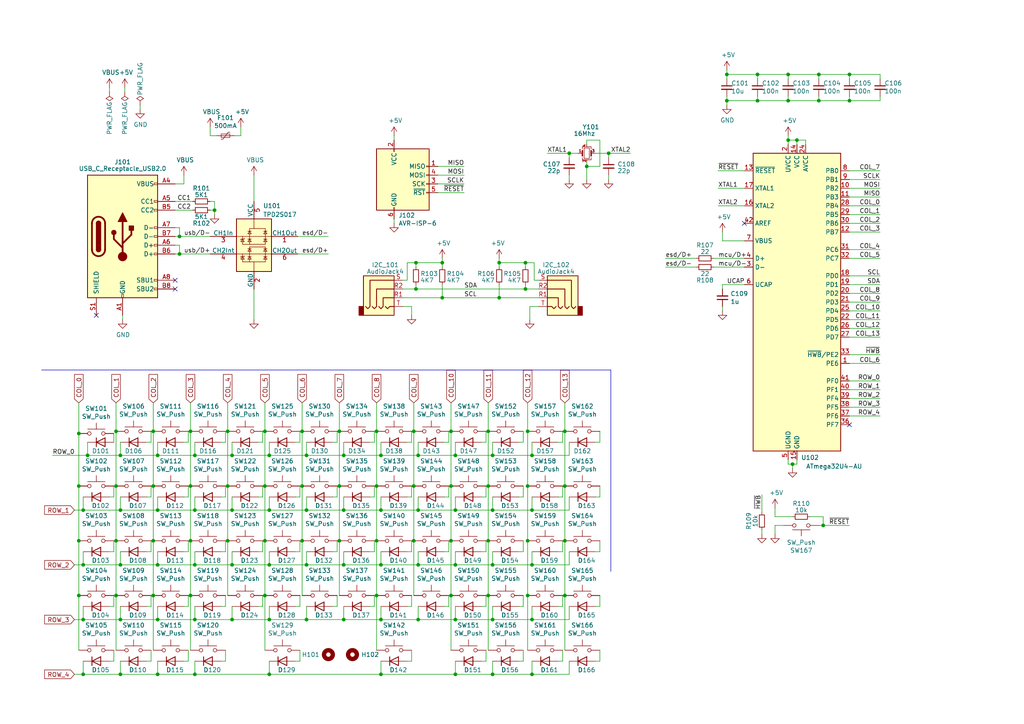
<source format=kicad_sch>
(kicad_sch (version 20230121) (generator eeschema)
  (paper "A4")
  (junction (at 141.605 156.845))
  (junction (at 55.245 140.97))
  (junction (at 141.605 125.095))
  (junction (at 165.1 44.45))
  (junction (at 66.04 125.095))
  (junction (at 67.31 179.705))
  (junction (at 210.82 21.59))
  (junction (at 56.515 147.955))
  (junction (at 121.285 163.83))
  (junction (at 87.63 156.845))
  (junction (at 34.925 132.08))
  (junction (at 56.515 163.83))
  (junction (at 99.695 147.955))
  (junction (at 219.71 29.21))
  (junction (at 34.925 147.955))
  (junction (at 76.835 156.845))
  (junction (at 163.83 125.095))
  (junction (at 34.925 163.83))
  (junction (at 153.035 172.72))
  (junction (at 246.38 21.59))
  (junction (at 55.245 156.845))
  (junction (at 142.875 179.705))
  (junction (at 45.72 132.08))
  (junction (at 110.49 179.705))
  (junction (at 210.82 29.21))
  (junction (at 120.015 140.97))
  (junction (at 52.07 73.66))
  (junction (at 56.515 179.705))
  (junction (at 154.305 195.58))
  (junction (at 24.13 163.83))
  (junction (at 219.71 21.59))
  (junction (at 132.08 179.705))
  (junction (at 62.23 60.96))
  (junction (at 98.425 125.095))
  (junction (at 45.72 195.58))
  (junction (at 121.285 147.955))
  (junction (at 78.105 132.08))
  (junction (at 120.015 125.095))
  (junction (at 154.305 163.83))
  (junction (at 228.6 21.59))
  (junction (at 238.76 152.4))
  (junction (at 246.38 29.21))
  (junction (at 24.13 147.955))
  (junction (at 163.83 140.97))
  (junction (at 142.875 132.08))
  (junction (at 44.45 156.845))
  (junction (at 228.6 40.64))
  (junction (at 144.78 76.2))
  (junction (at 88.9 179.705))
  (junction (at 33.655 125.095))
  (junction (at 44.45 172.72))
  (junction (at 120.015 156.845))
  (junction (at 237.49 29.21))
  (junction (at 25.4 132.08))
  (junction (at 67.31 132.08))
  (junction (at 76.835 172.72))
  (junction (at 78.105 195.58))
  (junction (at 154.305 147.955))
  (junction (at 66.04 156.845))
  (junction (at 88.9 147.955))
  (junction (at 231.14 40.64))
  (junction (at 144.78 86.36))
  (junction (at 24.13 179.705))
  (junction (at 45.72 147.955))
  (junction (at 154.305 132.08))
  (junction (at 33.655 156.845))
  (junction (at 237.49 21.59))
  (junction (at 109.22 172.72))
  (junction (at 141.605 172.72))
  (junction (at 44.45 125.095))
  (junction (at 110.49 132.08))
  (junction (at 52.07 68.58))
  (junction (at 87.63 140.97))
  (junction (at 78.105 163.83))
  (junction (at 99.695 163.83))
  (junction (at 153.035 140.97))
  (junction (at 56.515 195.58))
  (junction (at 44.45 140.97))
  (junction (at 142.875 147.955))
  (junction (at 120.65 76.2))
  (junction (at 132.08 195.58))
  (junction (at 110.49 195.58))
  (junction (at 110.49 163.83))
  (junction (at 176.53 44.45))
  (junction (at 141.605 140.97))
  (junction (at 229.87 134.62))
  (junction (at 78.105 179.705))
  (junction (at 66.04 140.97))
  (junction (at 152.4 76.2))
  (junction (at 98.425 156.845))
  (junction (at 170.18 48.26))
  (junction (at 34.925 195.58))
  (junction (at 67.31 163.83))
  (junction (at 22.86 156.845))
  (junction (at 163.83 156.845))
  (junction (at 153.035 156.845))
  (junction (at 142.875 163.83))
  (junction (at 109.22 140.97))
  (junction (at 22.86 125.73))
  (junction (at 87.63 125.095))
  (junction (at 109.22 156.845))
  (junction (at 55.245 172.72))
  (junction (at 121.285 179.705))
  (junction (at 45.72 163.83))
  (junction (at 33.655 140.97))
  (junction (at 132.08 163.83))
  (junction (at 132.08 147.955))
  (junction (at 152.4 83.82))
  (junction (at 98.425 140.97))
  (junction (at 154.305 179.705))
  (junction (at 142.875 195.58))
  (junction (at 88.9 163.83))
  (junction (at 34.925 179.705))
  (junction (at 88.9 132.08))
  (junction (at 130.81 172.72))
  (junction (at 67.31 147.955))
  (junction (at 228.6 29.21))
  (junction (at 24.13 195.58))
  (junction (at 22.86 140.97))
  (junction (at 45.72 179.705))
  (junction (at 130.81 140.97))
  (junction (at 76.835 125.095))
  (junction (at 130.81 125.095))
  (junction (at 130.81 156.845))
  (junction (at 110.49 147.955))
  (junction (at 128.27 86.36))
  (junction (at 109.22 125.095))
  (junction (at 128.27 76.2))
  (junction (at 120.65 83.82))
  (junction (at 163.83 172.72))
  (junction (at 99.695 132.08))
  (junction (at 33.655 172.72))
  (junction (at 55.245 125.095))
  (junction (at 99.695 179.705))
  (junction (at 132.08 132.08))
  (junction (at 153.035 125.095))
  (junction (at 76.835 140.97))
  (junction (at 22.86 172.72))
  (junction (at 56.515 132.08))
  (junction (at 78.105 147.955))
  (junction (at 121.285 132.08))
  (no_connect (at 27.94 91.44))
  (no_connect (at 50.8 81.28))
  (no_connect (at 50.8 83.82))
  (no_connect (at 246.38 123.19))
  (no_connect (at 215.9 64.77))
  (wire (pts (xy 231.14 134.62) (xy 229.87 134.62)))
  (wire (pts (xy 128.905 175.895) (xy 130.175 175.895)))
  (wire (pts (xy 22.86 156.845) (xy 22.86 172.72)))
  (wire (pts (xy 67.31 179.705) (xy 78.105 179.705)))
  (wire (pts (xy 156.21 81.28) (xy 154.94 81.28)))
  (wire (pts (xy 60.96 60.96) (xy 62.23 60.96)))
  (wire (pts (xy 67.31 179.705) (xy 67.31 175.895)))
  (wire (pts (xy 110.49 195.58) (xy 110.49 191.77)))
  (wire (pts (xy 246.38 74.93) (xy 255.27 74.93)))
  (wire (pts (xy 220.98 143.51) (xy 220.98 148.59)))
  (wire (pts (xy 53.34 175.895) (xy 54.61 175.895)))
  (wire (pts (xy 246.38 59.69) (xy 255.27 59.69)))
  (wire (pts (xy 43.815 175.895) (xy 43.815 172.72)))
  (wire (pts (xy 142.875 147.955) (xy 142.875 144.145)))
  (wire (pts (xy 170.18 40.64) (xy 170.18 41.91)))
  (wire (pts (xy 128.905 128.27) (xy 130.175 128.27)))
  (wire (pts (xy 67.31 147.955) (xy 78.105 147.955)))
  (wire (pts (xy 151.765 144.145) (xy 151.765 140.97)))
  (wire (pts (xy 31.75 144.145) (xy 33.02 144.145)))
  (wire (pts (xy 144.78 76.2) (xy 144.78 77.47)))
  (wire (pts (xy 85.725 160.02) (xy 86.995 160.02)))
  (wire (pts (xy 237.49 21.59) (xy 246.38 21.59)))
  (wire (pts (xy 55.245 140.97) (xy 55.245 156.845)))
  (wire (pts (xy 52.07 73.66) (xy 60.96 73.66)))
  (wire (pts (xy 108.585 144.145) (xy 108.585 140.97)))
  (wire (pts (xy 44.45 156.845) (xy 44.45 172.72)))
  (wire (pts (xy 53.34 160.02) (xy 54.61 160.02)))
  (wire (pts (xy 116.84 86.36) (xy 128.27 86.36)))
  (wire (pts (xy 237.49 152.4) (xy 238.76 152.4)))
  (wire (pts (xy 34.925 195.58) (xy 34.925 191.77)))
  (wire (pts (xy 132.08 163.83) (xy 142.875 163.83)))
  (wire (pts (xy 229.87 134.62) (xy 229.87 135.89)))
  (wire (pts (xy 167.64 44.45) (xy 165.1 44.45)))
  (wire (pts (xy 220.98 153.67) (xy 220.98 154.94)))
  (wire (pts (xy 33.655 125.095) (xy 33.655 140.97)))
  (wire (pts (xy 45.72 147.955) (xy 56.515 147.955)))
  (wire (pts (xy 130.175 175.895) (xy 130.175 172.72)))
  (wire (pts (xy 172.72 191.77) (xy 173.99 191.77)))
  (wire (pts (xy 99.695 132.08) (xy 110.49 132.08)))
  (wire (pts (xy 44.45 140.97) (xy 44.45 156.845)))
  (wire (pts (xy 34.925 147.955) (xy 45.72 147.955)))
  (wire (pts (xy 170.18 48.26) (xy 173.99 48.26)))
  (wire (pts (xy 85.725 175.895) (xy 86.995 175.895)))
  (wire (pts (xy 74.93 175.895) (xy 76.2 175.895)))
  (wire (pts (xy 132.08 179.705) (xy 132.08 175.895)))
  (wire (pts (xy 132.08 132.08) (xy 132.08 128.27)))
  (wire (pts (xy 246.38 62.23) (xy 255.27 62.23)))
  (wire (pts (xy 172.72 160.02) (xy 173.99 160.02)))
  (wire (pts (xy 66.04 156.845) (xy 66.04 172.72)))
  (wire (pts (xy 56.515 195.58) (xy 56.515 191.77)))
  (wire (pts (xy 172.72 175.895) (xy 173.99 175.895)))
  (wire (pts (xy 78.105 147.955) (xy 88.9 147.955)))
  (wire (pts (xy 88.9 132.08) (xy 88.9 128.27)))
  (wire (pts (xy 33.655 125.095) (xy 33.655 116.84)))
  (wire (pts (xy 118.11 191.77) (xy 119.38 191.77)))
  (wire (pts (xy 142.875 132.08) (xy 142.875 128.27)))
  (wire (pts (xy 140.97 175.895) (xy 140.97 172.72)))
  (wire (pts (xy 85.725 128.27) (xy 86.995 128.27)))
  (wire (pts (xy 34.925 147.955) (xy 34.925 144.145)))
  (wire (pts (xy 209.55 82.55) (xy 209.55 83.82)))
  (wire (pts (xy 128.905 144.145) (xy 130.175 144.145)))
  (wire (pts (xy 45.72 163.83) (xy 45.72 160.02)))
  (wire (pts (xy 165.1 44.45) (xy 165.1 45.72)))
  (wire (pts (xy 142.875 195.58) (xy 154.305 195.58)))
  (wire (pts (xy 42.545 144.145) (xy 43.815 144.145)))
  (wire (pts (xy 56.515 179.705) (xy 67.31 179.705)))
  (wire (pts (xy 87.63 125.095) (xy 87.63 116.84)))
  (wire (pts (xy 119.38 191.77) (xy 119.38 188.595)))
  (wire (pts (xy 173.99 175.895) (xy 173.99 172.72)))
  (wire (pts (xy 53.34 53.34) (xy 50.8 53.34)))
  (wire (pts (xy 110.49 163.83) (xy 110.49 160.02)))
  (wire (pts (xy 142.875 179.705) (xy 142.875 175.895)))
  (wire (pts (xy 170.18 46.99) (xy 170.18 48.26)))
  (wire (pts (xy 154.305 179.705) (xy 154.305 175.895)))
  (wire (pts (xy 24.13 195.58) (xy 24.13 191.77)))
  (wire (pts (xy 54.61 175.895) (xy 54.61 172.72)))
  (wire (pts (xy 86.36 73.66) (xy 95.25 73.66)))
  (wire (pts (xy 173.99 40.64) (xy 173.99 48.26)))
  (wire (pts (xy 130.175 160.02) (xy 130.175 156.845)))
  (wire (pts (xy 154.305 195.58) (xy 165.1 195.58)))
  (wire (pts (xy 210.82 29.21) (xy 210.82 27.94)))
  (wire (pts (xy 66.04 125.095) (xy 66.04 116.84)))
  (wire (pts (xy 88.9 147.955) (xy 88.9 144.145)))
  (wire (pts (xy 107.315 160.02) (xy 108.585 160.02)))
  (wire (pts (xy 150.495 191.77) (xy 151.765 191.77)))
  (wire (pts (xy 219.71 21.59) (xy 228.6 21.59)))
  (wire (pts (xy 153.035 172.72) (xy 153.035 188.595)))
  (wire (pts (xy 144.78 82.55) (xy 144.78 86.36)))
  (wire (pts (xy 110.49 147.955) (xy 110.49 144.145)))
  (wire (pts (xy 25.4 132.08) (xy 25.4 128.27)))
  (wire (pts (xy 161.925 175.895) (xy 163.195 175.895)))
  (wire (pts (xy 119.38 160.02) (xy 119.38 156.845)))
  (wire (pts (xy 173.99 191.77) (xy 173.99 188.595)))
  (wire (pts (xy 118.11 76.2) (xy 118.11 81.28)))
  (wire (pts (xy 109.22 156.845) (xy 109.22 172.72)))
  (wire (pts (xy 34.925 163.83) (xy 34.925 160.02)))
  (wire (pts (xy 209.55 67.31) (xy 209.55 69.85)))
  (wire (pts (xy 127 48.26) (xy 134.62 48.26)))
  (wire (pts (xy 96.52 160.02) (xy 97.79 160.02)))
  (wire (pts (xy 163.195 128.27) (xy 163.195 125.095)))
  (wire (pts (xy 53.34 53.34) (xy 53.34 50.8)))
  (wire (pts (xy 132.08 147.955) (xy 132.08 144.145)))
  (wire (pts (xy 108.585 128.27) (xy 108.585 125.095)))
  (wire (pts (xy 170.18 48.26) (xy 170.18 52.07)))
  (wire (pts (xy 62.23 60.96) (xy 62.23 62.23)))
  (wire (pts (xy 56.515 195.58) (xy 78.105 195.58)))
  (wire (pts (xy 165.1 195.58) (xy 165.1 191.77)))
  (wire (pts (xy 201.93 77.47) (xy 193.04 77.47)))
  (wire (pts (xy 121.285 147.955) (xy 121.285 144.145)))
  (wire (pts (xy 88.9 163.83) (xy 99.695 163.83)))
  (wire (pts (xy 172.72 144.145) (xy 173.99 144.145)))
  (wire (pts (xy 130.81 156.845) (xy 130.81 172.72)))
  (wire (pts (xy 99.695 179.705) (xy 110.49 179.705)))
  (wire (pts (xy 76.835 125.095) (xy 76.835 140.97)))
  (wire (pts (xy 110.49 132.08) (xy 110.49 128.27)))
  (wire (pts (xy 44.45 125.095) (xy 44.45 140.97)))
  (wire (pts (xy 67.31 147.955) (xy 67.31 144.145)))
  (wire (pts (xy 98.425 156.845) (xy 98.425 172.72)))
  (wire (pts (xy 86.995 128.27) (xy 86.995 125.095)))
  (wire (pts (xy 142.875 163.83) (xy 154.305 163.83)))
  (wire (pts (xy 246.38 52.07) (xy 255.27 52.07)))
  (wire (pts (xy 210.82 22.86) (xy 210.82 21.59)))
  (wire (pts (xy 152.4 76.2) (xy 152.4 77.47)))
  (wire (pts (xy 246.38 87.63) (xy 255.27 87.63)))
  (wire (pts (xy 74.93 144.145) (xy 76.2 144.145)))
  (wire (pts (xy 73.66 50.8) (xy 73.66 58.42)))
  (wire (pts (xy 246.38 21.59) (xy 255.27 21.59)))
  (wire (pts (xy 154.305 163.83) (xy 154.305 160.02)))
  (wire (pts (xy 246.38 64.77) (xy 255.27 64.77)))
  (wire (pts (xy 35.56 91.44) (xy 35.56 92.71)))
  (wire (pts (xy 154.305 163.83) (xy 165.1 163.83)))
  (wire (pts (xy 45.72 163.83) (xy 56.515 163.83)))
  (wire (pts (xy 158.75 44.45) (xy 165.1 44.45)))
  (wire (pts (xy 154.305 132.08) (xy 165.1 132.08)))
  (wire (pts (xy 73.66 92.71) (xy 73.66 83.82)))
  (wire (pts (xy 120.65 83.82) (xy 152.4 83.82)))
  (wire (pts (xy 246.38 22.86) (xy 246.38 21.59)))
  (wire (pts (xy 96.52 175.895) (xy 97.79 175.895)))
  (wire (pts (xy 78.105 132.08) (xy 88.9 132.08)))
  (wire (pts (xy 118.11 175.895) (xy 119.38 175.895)))
  (wire (pts (xy 207.01 77.47) (xy 215.9 77.47)))
  (wire (pts (xy 96.52 144.145) (xy 97.79 144.145)))
  (wire (pts (xy 56.515 179.705) (xy 56.515 175.895)))
  (wire (pts (xy 141.605 125.095) (xy 141.605 116.84)))
  (wire (pts (xy 208.28 54.61) (xy 215.9 54.61)))
  (wire (pts (xy 141.605 156.845) (xy 141.605 172.72)))
  (wire (pts (xy 228.6 40.64) (xy 231.14 40.64)))
  (wire (pts (xy 139.7 191.77) (xy 140.97 191.77)))
  (wire (pts (xy 87.63 156.845) (xy 87.63 172.72)))
  (wire (pts (xy 144.78 86.36) (xy 156.21 86.36)))
  (wire (pts (xy 86.36 68.58) (xy 95.25 68.58)))
  (wire (pts (xy 121.285 179.705) (xy 121.285 175.895)))
  (wire (pts (xy 109.22 125.095) (xy 109.22 116.84)))
  (wire (pts (xy 151.765 191.77) (xy 151.765 188.595)))
  (wire (pts (xy 161.925 191.77) (xy 163.195 191.77)))
  (wire (pts (xy 246.38 29.21) (xy 255.27 29.21)))
  (wire (pts (xy 246.38 54.61) (xy 255.27 54.61)))
  (wire (pts (xy 163.195 191.77) (xy 163.195 188.595)))
  (wire (pts (xy 139.7 144.145) (xy 140.97 144.145)))
  (wire (pts (xy 109.22 140.97) (xy 109.22 156.845)))
  (wire (pts (xy 165.1 132.08) (xy 165.1 128.27)))
  (wire (pts (xy 31.75 26.67) (xy 31.75 25.4)))
  (wire (pts (xy 114.3 39.37) (xy 114.3 40.64)))
  (wire (pts (xy 152.4 83.82) (xy 156.21 83.82)))
  (wire (pts (xy 33.02 191.77) (xy 33.02 188.595)))
  (wire (pts (xy 246.38 80.01) (xy 255.27 80.01)))
  (wire (pts (xy 24.13 163.83) (xy 24.13 160.02)))
  (wire (pts (xy 118.11 128.27) (xy 119.38 128.27)))
  (wire (pts (xy 128.27 86.36) (xy 144.78 86.36)))
  (wire (pts (xy 246.38 105.41) (xy 255.27 105.41)))
  (wire (pts (xy 64.135 160.02) (xy 65.405 160.02)))
  (wire (pts (xy 132.08 195.58) (xy 132.08 191.77)))
  (wire (pts (xy 60.96 36.83) (xy 60.96 39.37)))
  (wire (pts (xy 201.93 74.93) (xy 193.04 74.93)))
  (wire (pts (xy 140.97 160.02) (xy 140.97 156.845)))
  (wire (pts (xy 246.38 82.55) (xy 255.27 82.55)))
  (wire (pts (xy 224.79 147.32) (xy 224.79 149.86)))
  (wire (pts (xy 246.38 85.09) (xy 255.27 85.09)))
  (wire (pts (xy 121.285 179.705) (xy 132.08 179.705)))
  (wire (pts (xy 130.81 172.72) (xy 130.81 188.595)))
  (wire (pts (xy 130.81 125.095) (xy 130.81 116.84)))
  (wire (pts (xy 246.38 118.11) (xy 255.27 118.11)))
  (wire (pts (xy 121.285 163.83) (xy 121.285 160.02)))
  (wire (pts (xy 128.27 82.55) (xy 128.27 86.36)))
  (wire (pts (xy 40.64 30.48) (xy 40.64 31.75)))
  (wire (pts (xy 64.135 191.77) (xy 65.405 191.77)))
  (wire (pts (xy 150.495 160.02) (xy 151.765 160.02)))
  (wire (pts (xy 228.6 22.86) (xy 228.6 21.59)))
  (wire (pts (xy 34.925 195.58) (xy 45.72 195.58)))
  (wire (pts (xy 78.105 163.83) (xy 88.9 163.83)))
  (wire (pts (xy 24.13 179.705) (xy 34.925 179.705)))
  (wire (pts (xy 154.94 81.28) (xy 154.94 76.2)))
  (wire (pts (xy 231.14 40.64) (xy 233.68 40.64)))
  (wire (pts (xy 33.02 128.27) (xy 33.02 125.73)))
  (wire (pts (xy 56.515 132.08) (xy 67.31 132.08)))
  (wire (pts (xy 163.83 156.845) (xy 163.83 172.72)))
  (wire (pts (xy 56.515 147.955) (xy 56.515 144.145)))
  (wire (pts (xy 55.245 125.095) (xy 55.245 116.84)))
  (wire (pts (xy 120.65 82.55) (xy 120.65 83.82)))
  (wire (pts (xy 42.545 160.02) (xy 43.815 160.02)))
  (wire (pts (xy 62.23 58.42) (xy 62.23 60.96)))
  (wire (pts (xy 24.13 147.955) (xy 24.13 144.145)))
  (wire (pts (xy 151.765 175.895) (xy 151.765 172.72)))
  (wire (pts (xy 55.245 156.845) (xy 55.245 172.72)))
  (wire (pts (xy 98.425 125.095) (xy 98.425 116.84)))
  (wire (pts (xy 66.04 140.97) (xy 66.04 156.845)))
  (wire (pts (xy 110.49 179.705) (xy 121.285 179.705)))
  (wire (pts (xy 107.315 128.27) (xy 108.585 128.27)))
  (wire (pts (xy 172.72 44.45) (xy 176.53 44.45)))
  (wire (pts (xy 45.72 195.58) (xy 45.72 191.77)))
  (wire (pts (xy 173.99 160.02) (xy 173.99 156.845)))
  (wire (pts (xy 22.86 125.73) (xy 22.86 140.97)))
  (wire (pts (xy 154.305 179.705) (xy 165.1 179.705)))
  (wire (pts (xy 246.38 115.57) (xy 255.27 115.57)))
  (wire (pts (xy 130.175 128.27) (xy 130.175 125.095)))
  (wire (pts (xy 118.11 81.28) (xy 116.84 81.28)))
  (wire (pts (xy 67.31 132.08) (xy 67.31 128.27)))
  (wire (pts (xy 86.995 175.895) (xy 86.995 172.72)))
  (wire (pts (xy 42.545 191.77) (xy 43.815 191.77)))
  (wire (pts (xy 120.015 125.095) (xy 120.015 116.84)))
  (wire (pts (xy 141.605 140.97) (xy 141.605 156.845)))
  (wire (pts (xy 24.13 147.955) (xy 34.925 147.955)))
  (wire (pts (xy 87.63 125.095) (xy 87.63 140.97)))
  (wire (pts (xy 209.55 82.55) (xy 215.9 82.55)))
  (wire (pts (xy 34.925 132.08) (xy 34.925 128.27)))
  (wire (pts (xy 231.14 40.64) (xy 231.14 41.91)))
  (wire (pts (xy 139.7 128.27) (xy 140.97 128.27)))
  (wire (pts (xy 132.08 179.705) (xy 142.875 179.705)))
  (wire (pts (xy 110.49 195.58) (xy 132.08 195.58)))
  (wire (pts (xy 227.33 152.4) (xy 224.79 152.4)))
  (wire (pts (xy 119.38 144.145) (xy 119.38 140.97)))
  (wire (pts (xy 110.49 163.83) (xy 121.285 163.83)))
  (wire (pts (xy 238.76 152.4) (xy 238.76 149.86)))
  (wire (pts (xy 45.72 132.08) (xy 45.72 128.27)))
  (wire (pts (xy 237.49 27.94) (xy 237.49 29.21)))
  (wire (pts (xy 97.79 128.27) (xy 97.79 125.095)))
  (wire (pts (xy 228.6 21.59) (xy 237.49 21.59)))
  (wire (pts (xy 154.305 147.955) (xy 154.305 144.145)))
  (wire (pts (xy 53.34 128.27) (xy 54.61 128.27)))
  (wire (pts (xy 22.86 116.84) (xy 22.86 125.73)))
  (wire (pts (xy 139.7 160.02) (xy 140.97 160.02)))
  (wire (pts (xy 88.9 147.955) (xy 99.695 147.955)))
  (wire (pts (xy 50.8 71.12) (xy 52.07 71.12)))
  (wire (pts (xy 163.83 125.095) (xy 163.83 116.84)))
  (wire (pts (xy 50.8 66.04) (xy 52.07 66.04)))
  (wire (pts (xy 130.175 144.145) (xy 130.175 140.97)))
  (polyline (pts (xy 177.165 107.315) (xy 177.165 165.735)))
  (wire (pts (xy 34.925 163.83) (xy 45.72 163.83)))
  (wire (pts (xy 118.11 160.02) (xy 119.38 160.02)))
  (wire (pts (xy 139.7 175.895) (xy 140.97 175.895)))
  (wire (pts (xy 97.79 144.145) (xy 97.79 140.97)))
  (wire (pts (xy 228.6 39.37) (xy 228.6 40.64)))
  (wire (pts (xy 56.515 163.83) (xy 67.31 163.83)))
  (wire (pts (xy 67.31 132.08) (xy 78.105 132.08)))
  (wire (pts (xy 153.035 156.845) (xy 153.035 172.72)))
  (wire (pts (xy 142.875 163.83) (xy 142.875 160.02)))
  (wire (pts (xy 52.07 68.58) (xy 60.96 68.58)))
  (wire (pts (xy 56.515 163.83) (xy 56.515 160.02)))
  (wire (pts (xy 76.835 140.97) (xy 76.835 156.845)))
  (wire (pts (xy 22.86 140.97) (xy 22.86 156.845)))
  (wire (pts (xy 69.85 39.37) (xy 67.945 39.37)))
  (wire (pts (xy 96.52 128.27) (xy 97.79 128.27)))
  (wire (pts (xy 121.285 147.955) (xy 132.08 147.955)))
  (wire (pts (xy 128.27 76.2) (xy 128.27 77.47)))
  (wire (pts (xy 97.79 160.02) (xy 97.79 156.845)))
  (wire (pts (xy 140.97 128.27) (xy 140.97 125.095)))
  (wire (pts (xy 163.83 125.095) (xy 163.83 140.97)))
  (wire (pts (xy 210.82 29.21) (xy 210.82 30.48)))
  (wire (pts (xy 120.015 140.97) (xy 120.015 156.845)))
  (wire (pts (xy 163.195 175.895) (xy 163.195 172.72)))
  (wire (pts (xy 110.49 132.08) (xy 121.285 132.08)))
  (wire (pts (xy 31.75 175.895) (xy 33.02 175.895)))
  (wire (pts (xy 215.9 69.85) (xy 209.55 69.85)))
  (wire (pts (xy 78.105 179.705) (xy 78.105 175.895)))
  (wire (pts (xy 88.9 163.83) (xy 88.9 160.02)))
  (wire (pts (xy 76.2 175.895) (xy 76.2 172.72)))
  (wire (pts (xy 255.27 29.21) (xy 255.27 27.94)))
  (wire (pts (xy 86.995 191.77) (xy 86.995 188.595)))
  (wire (pts (xy 25.4 132.08) (xy 34.925 132.08)))
  (wire (pts (xy 76.2 128.27) (xy 76.2 125.095)))
  (wire (pts (xy 33.655 140.97) (xy 33.655 156.845)))
  (wire (pts (xy 87.63 140.97) (xy 87.63 156.845)))
  (wire (pts (xy 55.245 172.72) (xy 55.245 188.595)))
  (wire (pts (xy 119.38 88.9) (xy 119.38 91.44)))
  (wire (pts (xy 161.925 160.02) (xy 163.195 160.02)))
  (wire (pts (xy 78.105 132.08) (xy 78.105 128.27)))
  (wire (pts (xy 176.53 45.72) (xy 176.53 44.45)))
  (wire (pts (xy 121.285 163.83) (xy 132.08 163.83)))
  (wire (pts (xy 65.405 191.77) (xy 65.405 188.595)))
  (wire (pts (xy 152.4 76.2) (xy 154.94 76.2)))
  (wire (pts (xy 231.14 133.35) (xy 231.14 134.62)))
  (wire (pts (xy 152.4 82.55) (xy 152.4 83.82)))
  (wire (pts (xy 88.9 179.705) (xy 88.9 175.895)))
  (wire (pts (xy 140.97 144.145) (xy 140.97 140.97)))
  (wire (pts (xy 120.65 76.2) (xy 128.27 76.2)))
  (wire (pts (xy 219.71 29.21) (xy 210.82 29.21)))
  (wire (pts (xy 45.72 195.58) (xy 56.515 195.58)))
  (wire (pts (xy 150.495 128.27) (xy 151.765 128.27)))
  (wire (pts (xy 153.035 125.095) (xy 153.035 140.97)))
  (wire (pts (xy 246.38 49.53) (xy 255.27 49.53)))
  (wire (pts (xy 76.835 125.095) (xy 76.835 116.84)))
  (wire (pts (xy 24.13 195.58) (xy 34.925 195.58)))
  (wire (pts (xy 144.78 76.2) (xy 152.4 76.2)))
  (wire (pts (xy 33.02 175.895) (xy 33.02 172.72)))
  (polyline (pts (xy 12.065 107.315) (xy 177.165 107.315)))
  (wire (pts (xy 246.38 120.65) (xy 255.27 120.65)))
  (wire (pts (xy 119.38 128.27) (xy 119.38 125.095)))
  (wire (pts (xy 237.49 22.86) (xy 237.49 21.59)))
  (wire (pts (xy 142.875 179.705) (xy 154.305 179.705)))
  (wire (pts (xy 50.8 73.66) (xy 52.07 73.66)))
  (wire (pts (xy 132.08 163.83) (xy 132.08 160.02)))
  (wire (pts (xy 150.495 175.895) (xy 151.765 175.895)))
  (wire (pts (xy 99.695 132.08) (xy 99.695 128.27)))
  (wire (pts (xy 151.765 160.02) (xy 151.765 156.845)))
  (wire (pts (xy 140.97 191.77) (xy 140.97 188.595)))
  (wire (pts (xy 153.67 88.9) (xy 153.67 92.71)))
  (wire (pts (xy 54.61 160.02) (xy 54.61 156.845)))
  (wire (pts (xy 127 50.8) (xy 134.62 50.8)))
  (wire (pts (xy 120.015 125.095) (xy 120.015 140.97)))
  (wire (pts (xy 128.905 160.02) (xy 130.175 160.02)))
  (wire (pts (xy 65.405 160.02) (xy 65.405 156.845)))
  (wire (pts (xy 207.01 74.93) (xy 215.9 74.93)))
  (wire (pts (xy 76.2 144.145) (xy 76.2 140.97)))
  (wire (pts (xy 85.725 144.145) (xy 86.995 144.145)))
  (wire (pts (xy 74.93 128.27) (xy 76.2 128.27)))
  (wire (pts (xy 246.38 110.49) (xy 255.27 110.49)))
  (wire (pts (xy 163.83 172.72) (xy 163.83 188.595)))
  (wire (pts (xy 21.59 147.955) (xy 24.13 147.955)))
  (wire (pts (xy 120.015 156.845) (xy 120.015 172.72)))
  (wire (pts (xy 42.545 175.895) (xy 43.815 175.895)))
  (wire (pts (xy 98.425 125.095) (xy 98.425 140.97)))
  (wire (pts (xy 246.38 67.31) (xy 255.27 67.31)))
  (wire (pts (xy 45.72 179.705) (xy 45.72 175.895)))
  (wire (pts (xy 36.195 26.67) (xy 36.195 25.4)))
  (wire (pts (xy 31.75 191.77) (xy 33.02 191.77)))
  (wire (pts (xy 65.405 144.145) (xy 65.405 140.97)))
  (wire (pts (xy 24.13 179.705) (xy 24.13 175.895)))
  (wire (pts (xy 142.875 147.955) (xy 154.305 147.955)))
  (wire (pts (xy 60.96 39.37) (xy 62.865 39.37)))
  (wire (pts (xy 246.38 97.79) (xy 255.27 97.79)))
  (wire (pts (xy 43.815 160.02) (xy 43.815 156.845)))
  (wire (pts (xy 132.08 147.955) (xy 142.875 147.955)))
  (wire (pts (xy 44.45 125.095) (xy 44.45 116.84)))
  (wire (pts (xy 119.38 175.895) (xy 119.38 172.72)))
  (wire (pts (xy 52.07 71.12) (xy 52.07 73.66)))
  (wire (pts (xy 176.53 50.8) (xy 176.53 52.07)))
  (wire (pts (xy 67.31 163.83) (xy 78.105 163.83)))
  (wire (pts (xy 118.11 144.145) (xy 119.38 144.145)))
  (wire (pts (xy 108.585 175.895) (xy 108.585 172.72)))
  (wire (pts (xy 246.38 27.94) (xy 246.38 29.21)))
  (wire (pts (xy 43.815 191.77) (xy 43.815 188.595)))
  (wire (pts (xy 99.695 147.955) (xy 99.695 144.145)))
  (wire (pts (xy 64.135 128.27) (xy 65.405 128.27)))
  (wire (pts (xy 21.59 195.58) (xy 24.13 195.58)))
  (wire (pts (xy 154.305 195.58) (xy 154.305 191.77)))
  (wire (pts (xy 15.24 132.08) (xy 25.4 132.08)))
  (wire (pts (xy 210.82 21.59) (xy 210.82 20.32)))
  (wire (pts (xy 109.22 172.72) (xy 109.22 188.595)))
  (wire (pts (xy 78.105 195.58) (xy 110.49 195.58)))
  (wire (pts (xy 141.605 125.095) (xy 141.605 140.97)))
  (wire (pts (xy 54.61 128.27) (xy 54.61 125.095)))
  (wire (pts (xy 120.65 76.2) (xy 120.65 77.47)))
  (wire (pts (xy 208.28 59.69) (xy 215.9 59.69)))
  (wire (pts (xy 43.815 128.27) (xy 43.815 125.095)))
  (wire (pts (xy 54.61 144.145) (xy 54.61 140.97)))
  (wire (pts (xy 165.1 163.83) (xy 165.1 160.02)))
  (wire (pts (xy 132.08 195.58) (xy 142.875 195.58)))
  (wire (pts (xy 69.85 36.83) (xy 69.85 39.37)))
  (wire (pts (xy 114.3 63.5) (xy 114.3 64.77)))
  (wire (pts (xy 67.31 163.83) (xy 67.31 160.02)))
  (wire (pts (xy 76.2 160.02) (xy 76.2 156.845)))
  (wire (pts (xy 108.585 160.02) (xy 108.585 156.845)))
  (wire (pts (xy 144.78 74.93) (xy 144.78 76.2)))
  (wire (pts (xy 45.72 179.705) (xy 56.515 179.705)))
  (wire (pts (xy 107.315 175.895) (xy 108.585 175.895)))
  (wire (pts (xy 116.84 83.82) (xy 120.65 83.82)))
  (wire (pts (xy 127 55.88) (xy 134.62 55.88)))
  (wire (pts (xy 74.93 160.02) (xy 76.2 160.02)))
  (wire (pts (xy 98.425 140.97) (xy 98.425 156.845)))
  (wire (pts (xy 219.71 29.21) (xy 228.6 29.21)))
  (wire (pts (xy 224.79 152.4) (xy 224.79 154.94)))
  (wire (pts (xy 246.38 57.15) (xy 255.27 57.15)))
  (wire (pts (xy 78.105 179.705) (xy 88.9 179.705)))
  (wire (pts (xy 121.285 132.08) (xy 132.08 132.08)))
  (wire (pts (xy 22.86 172.72) (xy 22.86 188.595)))
  (wire (pts (xy 130.81 140.97) (xy 130.81 156.845)))
  (wire (pts (xy 228.6 29.21) (xy 237.49 29.21)))
  (wire (pts (xy 78.105 163.83) (xy 78.105 160.02)))
  (wire (pts (xy 246.38 92.71) (xy 255.27 92.71)))
  (wire (pts (xy 228.6 134.62) (xy 229.87 134.62)))
  (wire (pts (xy 150.495 144.145) (xy 151.765 144.145)))
  (wire (pts (xy 121.285 132.08) (xy 121.285 128.27)))
  (wire (pts (xy 50.8 60.96) (xy 55.88 60.96)))
  (wire (pts (xy 45.72 147.955) (xy 45.72 144.145)))
  (wire (pts (xy 165.1 179.705) (xy 165.1 175.895)))
  (wire (pts (xy 99.695 163.83) (xy 110.49 163.83)))
  (wire (pts (xy 161.925 144.145) (xy 163.195 144.145)))
  (wire (pts (xy 85.725 191.77) (xy 86.995 191.77)))
  (wire (pts (xy 154.305 132.08) (xy 154.305 128.27)))
  (wire (pts (xy 163.83 140.97) (xy 163.83 156.845)))
  (wire (pts (xy 142.875 195.58) (xy 142.875 191.77)))
  (wire (pts (xy 56.515 147.955) (xy 67.31 147.955)))
  (wire (pts (xy 246.38 113.03) (xy 255.27 113.03)))
  (wire (pts (xy 210.82 21.59) (xy 219.71 21.59)))
  (wire (pts (xy 153.035 140.97) (xy 153.035 156.845)))
  (wire (pts (xy 65.405 128.27) (xy 65.405 125.095)))
  (wire (pts (xy 246.38 90.17) (xy 255.27 90.17)))
  (wire (pts (xy 53.34 191.77) (xy 54.61 191.77)))
  (wire (pts (xy 219.71 27.94) (xy 219.71 29.21)))
  (wire (pts (xy 88.9 179.705) (xy 99.695 179.705)))
  (wire (pts (xy 209.55 88.9) (xy 209.55 90.17)))
  (wire (pts (xy 31.75 160.02) (xy 33.02 160.02)))
  (wire (pts (xy 130.81 125.095) (xy 130.81 140.97)))
  (wire (pts (xy 165.1 147.955) (xy 165.1 144.145)))
  (wire (pts (xy 97.79 175.895) (xy 97.79 172.72)))
  (wire (pts (xy 165.1 50.8) (xy 165.1 52.07)))
  (wire (pts (xy 44.45 172.72) (xy 44.45 188.595)))
  (wire (pts (xy 86.995 144.145) (xy 86.995 140.97)))
  (wire (pts (xy 154.305 147.955) (xy 165.1 147.955)))
  (wire (pts (xy 50.8 68.58) (xy 52.07 68.58)))
  (wire (pts (xy 228.6 40.64) (xy 228.6 41.91)))
  (wire (pts (xy 53.34 144.145) (xy 54.61 144.145)))
  (wire (pts (xy 228.6 133.35) (xy 228.6 134.62)))
  (wire (pts (xy 141.605 172.72) (xy 141.605 188.595)))
  (wire (pts (xy 33.02 144.145) (xy 33.02 140.97)))
  (wire (pts (xy 33.655 156.845) (xy 33.655 172.72)))
  (wire (pts (xy 86.995 160.02) (xy 86.995 156.845)))
  (wire (pts (xy 33.655 172.72) (xy 33.655 188.595)))
  (wire (pts (xy 42.545 128.27) (xy 43.815 128.27)))
  (wire (pts (xy 109.22 125.095) (xy 109.22 140.97)))
  (wire (pts (xy 24.13 163.83) (xy 34.925 163.83)))
  (wire (pts (xy 64.135 175.895) (xy 65.405 175.895)))
  (wire (pts (xy 127 53.34) (xy 134.62 53.34)))
  (wire (pts (xy 233.68 40.64) (xy 233.68 41.91)))
  (wire (pts (xy 34.925 132.08) (xy 45.72 132.08)))
  (wire (pts (xy 224.79 149.86) (xy 229.87 149.86)))
  (wire (pts (xy 172.72 128.27) (xy 173.99 128.27)))
  (wire (pts (xy 153.67 88.9) (xy 156.21 88.9)))
  (wire (pts (xy 45.72 132.08) (xy 56.515 132.08)))
  (wire (pts (xy 255.27 21.59) (xy 255.27 22.86)))
  (wire (pts (xy 65.405 175.895) (xy 65.405 172.72)))
  (wire (pts (xy 78.105 147.955) (xy 78.105 144.145)))
  (wire (pts (xy 99.695 147.955) (xy 110.49 147.955)))
  (wire (pts (xy 99.695 179.705) (xy 99.695 175.895)))
  (wire (pts (xy 56.515 132.08) (xy 56.515 128.27)))
  (wire (pts (xy 107.315 144.145) (xy 108.585 144.145)))
  (wire (pts (xy 237.49 29.21) (xy 246.38 29.21)))
  (wire (pts (xy 110.49 179.705) (xy 110.49 175.895)))
  (wire (pts (xy 21.59 163.83) (xy 24.13 163.83)))
  (wire (pts (xy 163.195 160.02) (xy 163.195 156.845)))
  (wire (pts (xy 34.925 179.705) (xy 34.925 175.895)))
  (wire (pts (xy 219.71 22.86) (xy 219.71 21.59)))
  (wire (pts (xy 153.035 125.095) (xy 153.035 116.84)))
  (wire (pts (xy 76.835 156.845) (xy 76.835 172.72)))
  (wire (pts (xy 238.76 152.4) (xy 246.38 152.4)))
  (wire (pts (xy 151.765 128.27) (xy 151.765 125.095)))
  (wire (pts (xy 238.76 149.86) (xy 234.95 149.86)))
  (wire (pts (xy 132.08 132.08) (xy 142.875 132.08)))
  (wire (pts (xy 182.88 44.45) (xy 176.53 44.45)))
  (wire (pts (xy 21.59 179.705) (xy 24.13 179.705)))
  (wire (pts (xy 173.99 144.145) (xy 173.99 140.97)))
  (wire (pts (xy 246.38 102.87) (xy 255.27 102.87)))
  (wire (pts (xy 128.27 74.93) (xy 128.27 76.2)))
  (wire (pts (xy 55.245 125.095) (xy 55.245 140.97)))
  (wire (pts (xy 173.99 128.27) (xy 173.99 125.095)))
  (wire (pts (xy 34.925 179.705) (xy 45.72 179.705)))
  (wire (pts (xy 99.695 163.83) (xy 99.695 160.02)))
  (wire (pts (xy 246.38 72.39) (xy 255.27 72.39)))
  (wire (pts (xy 43.815 144.145) (xy 43.815 140.97)))
  (wire (pts (xy 54.61 191.77) (xy 54.61 188.595)))
  (wire (pts (xy 110.49 147.955) (xy 121.285 147.955)))
  (wire (pts (xy 88.9 132.08) (xy 99.695 132.08)))
  (wire (pts (xy 52.07 66.04) (xy 52.07 68.58)))
  (wire (pts (xy 33.02 160.02) (xy 33.02 156.845)))
  (wire (pts (xy 118.11 76.2) (xy 120.65 76.2)))
  (wire (pts (xy 161.925 128.27) (xy 163.195 128.27)))
  (wire (pts (xy 142.875 132.08) (xy 154.305 132.08)))
  (wire (pts (xy 64.135 144.145) (xy 65.405 144.145)))
  (wire (pts (xy 246.38 95.25) (xy 255.27 95.25)))
  (wire (pts (xy 116.84 88.9) (xy 119.38 88.9)))
  (wire (pts (xy 78.105 195.58) (xy 78.105 191.77)))
  (wire (pts (xy 60.96 58.42) (xy 62.23 58.42)))
  (wire (pts (xy 170.18 40.64) (xy 173.99 40.64)))
  (wire (pts (xy 208.28 49.53) (xy 215.9 49.53)))
  (wire (pts (xy 66.04 125.095) (xy 66.04 140.97)))
  (wire (pts (xy 163.195 144.145) (xy 163.195 140.97)))
  (wire (pts (xy 228.6 27.94) (xy 228.6 29.21)))
  (wire (pts (xy 76.835 172.72) (xy 76.835 188.595)))
  (wire (pts (xy 50.8 58.42) (xy 55.88 58.42)))
  (label "COL_8" (at 255.27 85.09 180))
  (label "COL_3" (at 255.27 67.31 180))
  (label "SCLK" (at 134.62 53.34 180))
  (label "esd{slash}D+" (at 193.04 74.93 0))
  (label "COL_2" (at 255.27 64.77 180))
  (label "COL_13" (at 255.27 97.79 180))
  (label "CC1" (at 51.435 58.42 0))
  (label "~{HWB}" (at 255.27 102.87 180))
  (label "SDA" (at 255.27 82.55 180))
  (label "mcu{slash}D+" (at 208.28 74.93 0))
  (label "XTAL1" (at 208.28 54.61 0))
  (label "mcu{slash}D-" (at 208.28 77.47 0))
  (label "ROW_3" (at 255.27 118.11 180))
  (label "COL_1" (at 255.27 62.23 180))
  (label "XTAL2" (at 208.28 59.69 0))
  (label "usb{slash}D+" (at 53.34 73.66 0))
  (label "COL_12" (at 255.27 95.25 180))
  (label "COL_9" (at 255.27 87.63 180))
  (label "~{HWB}" (at 220.98 143.51 270))
  (label "MOSI" (at 255.27 54.61 180))
  (label "~{RESET}" (at 208.28 49.53 0))
  (label "CC2" (at 51.435 60.96 0))
  (label "COL_10" (at 255.27 90.17 180))
  (label "SCL" (at 255.27 80.01 180))
  (label "XTAL1" (at 158.75 44.45 0))
  (label "MOSI" (at 134.62 50.8 180))
  (label "usb{slash}D-" (at 53.34 68.58 0))
  (label "ROW_2" (at 255.27 115.57 180))
  (label "ROW_0" (at 255.27 110.49 180))
  (label "esd{slash}D-" (at 193.04 77.47 0))
  (label "COL_5" (at 255.27 74.93 180))
  (label "ROW_4" (at 255.27 120.65 180))
  (label "ROW_0" (at 15.24 132.08 0))
  (label "ROW_1" (at 255.27 113.03 180))
  (label "COL_11" (at 255.27 92.71 180))
  (label "MISO" (at 134.62 48.26 180))
  (label "~{RESET}" (at 246.38 152.4 180))
  (label "UCAP" (at 210.82 82.55 0))
  (label "COL_0" (at 255.27 59.69 180))
  (label "MISO" (at 255.27 57.15 180))
  (label "SDA" (at 134.62 83.82 0))
  (label "COL_4" (at 255.27 72.39 180))
  (label "~{RESET}" (at 134.62 55.88 180))
  (label "COL_7" (at 255.27 49.53 180))
  (label "SCL" (at 134.62 86.36 0))
  (label "XTAL2" (at 182.88 44.45 180))
  (label "esd{slash}D+" (at 95.25 73.66 180))
  (label "COL_6" (at 255.27 105.41 180))
  (label "SCLK" (at 255.27 52.07 180))
  (label "esd{slash}D-" (at 95.25 68.58 180))
  (global_label "COL_9" (shape input) (at 120.015 116.84 90) (property "Intersheetrefs" "${INTERSHEET_REFS}" (effects hide)))
  (global_label "COL_4" (shape input) (at 66.04 116.84 90) (property "Intersheetrefs" "${INTERSHEET_REFS}" (effects hide)))
  (global_label "COL_10" (shape input) (at 130.81 116.84 90) (property "Intersheetrefs" "${INTERSHEET_REFS}" (effects hide)))
  (global_label "COL_0" (shape input) (at 22.86 116.84 90) (property "Intersheetrefs" "${INTERSHEET_REFS}" (effects hide)))
  (global_label "COL_5" (shape input) (at 76.835 116.84 90) (property "Intersheetrefs" "${INTERSHEET_REFS}" (effects hide)))
  (global_label "ROW_3" (shape input) (at 21.59 179.705 180) (property "Intersheetrefs" "${INTERSHEET_REFS}" (effects hide)))
  (global_label "COL_6" (shape input) (at 87.63 116.84 90) (property "Intersheetrefs" "${INTERSHEET_REFS}" (effects hide)))
  (global_label "COL_12" (shape input) (at 153.035 116.84 90) (property "Intersheetrefs" "${INTERSHEET_REFS}" (effects hide)))
  (global_label "ROW_2" (shape input) (at 21.59 163.83 180) (property "Intersheetrefs" "${INTERSHEET_REFS}" (effects hide)))
  (global_label "ROW_4" (shape input) (at 21.59 195.58 180) (property "Intersheetrefs" "${INTERSHEET_REFS}" (effects hide)))
  (global_label "COL_11" (shape input) (at 141.605 116.84 90) (property "Intersheetrefs" "${INTERSHEET_REFS}" (effects hide)))
  (global_label "COL_1" (shape input) (at 33.655 116.84 90) (property "Intersheetrefs" "${INTERSHEET_REFS}" (effects hide)))
  (global_label "COL_3" (shape input) (at 55.245 116.84 90) (property "Intersheetrefs" "${INTERSHEET_REFS}" (effects hide)))
  (global_label "ROW_1" (shape input) (at 21.59 147.955 180) (property "Intersheetrefs" "${INTERSHEET_REFS}" (effects hide)))
  (global_label "COL_13" (shape input) (at 163.83 116.84 90) (property "Intersheetrefs" "${INTERSHEET_REFS}" (effects hide)))
  (global_label "COL_7" (shape input) (at 98.425 116.84 90) (property "Intersheetrefs" "${INTERSHEET_REFS}" (effects hide)))
  (global_label "COL_8" (shape input) (at 109.22 116.84 90) (property "Intersheetrefs" "${INTERSHEET_REFS}" (effects hide)))
  (global_label "COL_2" (shape input) (at 44.45 116.84 90) (property "Intersheetrefs" "${INTERSHEET_REFS}" (effects hide)))
  (symbol (lib_id "Switch:SW_Push") (at 27.94 125.73 0) (unit 1)
    (property "Reference" "SW101" (at 27.94 118.491 0))
    (property "Value" "SW_Push" (at 27.94 120.8024 0))
    (property "Footprint" "PCM_Switch_Keyboard_Cherry_MX:SW_Cherry_MX_PCB_1.00u" (effects hide))
  )
  (symbol (lib_id "Device:D") (at 29.21 128.27 0) (unit 1)
    (property "Reference" "D101" (at 29.21 130.81 0))
    (property "Value" "D" (effects hide))
    (property "Footprint" "Diode_SMD:D_SOD-323F" (effects hide))
  )
  (symbol (lib_id "Switch:SW_Push") (at 27.94 140.97 0) (unit 1)
    (property "Reference" "SW102" (at 27.94 133.731 0))
    (property "Value" "SW_Push" (at 27.94 136.0424 0))
    (property "Footprint" "PCM_Switch_Keyboard_Cherry_MX:SW_Cherry_MX_PCB_1.00u" (effects hide))
  )
  (symbol (lib_id "Device:D") (at 27.94 144.145 0) (unit 1)
    (property "Reference" "D102" (at 29.21 146.685 0))
    (property "Value" "D" (at 27.305 146.685 0))
    (property "Footprint" "Diode_SMD:D_SOD-323F" (effects hide))
  )
  (symbol (lib_id "Switch:SW_Push") (at 27.94 156.845 0) (unit 1)
    (property "Reference" "SW103" (at 27.94 149.606 0))
    (property "Value" "SW_Push" (at 27.94 151.9174 0))
    (property "Footprint" "PCM_Switch_Keyboard_Cherry_MX:SW_Cherry_MX_PCB_1.00u" (effects hide))
  )
  (symbol (lib_id "Device:D") (at 27.94 160.02 0) (unit 1)
    (property "Reference" "D103" (at 29.21 162.56 0))
    (property "Value" "D" (at 27.305 162.56 0))
    (property "Footprint" "Diode_SMD:D_SOD-323F" (effects hide))
  )
  (symbol (lib_id "Switch:SW_Push") (at 27.94 172.72 0) (unit 1)
    (property "Reference" "SW104" (at 27.94 165.481 0))
    (property "Value" "SW_Push" (at 27.94 167.7924 0))
    (property "Footprint" "PCM_Switch_Keyboard_Cherry_MX:SW_Cherry_MX_PCB_1.00u" (effects hide))
  )
  (symbol (lib_id "Device:D") (at 27.94 175.895 0) (unit 1)
    (property "Reference" "D104" (at 29.21 178.435 0))
    (property "Value" "D" (at 27.305 178.435 0))
    (property "Footprint" "Diode_SMD:D_SOD-323F" (effects hide))
  )
  (symbol (lib_id "Switch:SW_Push") (at 27.94 188.595 0) (unit 1)
    (property "Reference" "SW105" (at 27.94 181.356 0))
    (property "Value" "SW_Push" (at 27.94 183.6674 0))
    (property "Footprint" "PCM_Switch_Keyboard_Cherry_MX:SW_Cherry_MX_PCB_1.00u" (effects hide))
  )
  (symbol (lib_id "Device:D") (at 27.94 191.77 0) (unit 1)
    (property "Reference" "D105" (at 29.21 194.31 0))
    (property "Value" "D" (at 27.305 194.31 0))
    (property "Footprint" "Diode_SMD:D_SOD-323F" (effects hide))
  )
  (symbol (lib_id "Switch:SW_Push") (at 38.735 125.095 0) (unit 1)
    (property "Reference" "SW106" (at 38.735 117.856 0))
    (property "Value" "SW_Push" (at 38.735 120.1674 0))
    (property "Footprint" "PCM_Switch_Keyboard_Cherry_MX:SW_Cherry_MX_PCB_1.00u" (effects hide))
  )
  (symbol (lib_id "Device:D") (at 38.735 128.27 0) (unit 1)
    (property "Reference" "D106" (at 38.735 130.81 0))
    (property "Value" "D" (effects hide))
    (property "Footprint" "Diode_SMD:D_SOD-323F" (effects hide))
  )
  (symbol (lib_id "Switch:SW_Push") (at 38.735 140.97 0) (unit 1)
    (property "Reference" "SW107" (at 38.735 133.731 0))
    (property "Value" "SW_Push" (at 38.735 136.0424 0))
    (property "Footprint" "PCM_Switch_Keyboard_Cherry_MX:SW_Cherry_MX_PCB_1.00u" (effects hide))
  )
  (symbol (lib_id "Device:D") (at 38.735 144.145 0) (unit 1)
    (property "Reference" "D107" (at 40.005 146.685 0))
    (property "Value" "D" (at 38.1 146.685 0))
    (property "Footprint" "Diode_SMD:D_SOD-323F" (effects hide))
  )
  (symbol (lib_id "Switch:SW_Push") (at 38.735 156.845 0) (unit 1)
    (property "Reference" "SW108" (at 38.735 149.606 0))
    (property "Value" "SW_Push" (at 38.735 151.9174 0))
    (property "Footprint" "PCM_Switch_Keyboard_Cherry_MX:SW_Cherry_MX_PCB_1.00u" (effects hide))
  )
  (symbol (lib_id "Device:D") (at 38.735 160.02 0) (unit 1)
    (property "Reference" "D108" (at 40.005 162.56 0))
    (property "Value" "D" (at 38.1 162.56 0))
    (property "Footprint" "Diode_SMD:D_SOD-323F" (effects hide))
  )
  (symbol (lib_id "Switch:SW_Push") (at 38.735 172.72 0) (unit 1)
    (property "Reference" "SW109" (at 38.735 165.481 0))
    (property "Value" "SW_Push" (at 38.735 167.7924 0))
    (property "Footprint" "PCM_Switch_Keyboard_Cherry_MX:SW_Cherry_MX_PCB_1.00u" (effects hide))
  )
  (symbol (lib_id "Device:D") (at 38.735 175.895 0) (unit 1)
    (property "Reference" "D109" (at 40.005 178.435 0))
    (property "Value" "D" (at 38.1 178.435 0))
    (property "Footprint" "Diode_SMD:D_SOD-323F" (effects hide))
  )
  (symbol (lib_id "Switch:SW_Push") (at 38.735 188.595 0) (unit 1)
    (property "Reference" "SW110" (at 38.735 181.356 0))
    (property "Value" "SW_Push" (at 38.735 183.6674 0))
    (property "Footprint" "PCM_Switch_Keyboard_Cherry_MX:SW_Cherry_MX_PCB_1.00u" (effects hide))
  )
  (symbol (lib_id "Device:D") (at 38.735 191.77 0) (unit 1)
    (property "Reference" "D110" (at 40.005 194.31 0))
    (property "Value" "D" (at 38.1 194.31 0))
    (property "Footprint" "Diode_SMD:D_SOD-323F" (effects hide))
  )
  (symbol (lib_id "Switch:SW_Push") (at 49.53 125.095 0) (unit 1)
    (property "Reference" "SW111" (at 49.53 117.856 0))
    (property "Value" "SW_Push" (at 49.53 120.1674 0))
    (property "Footprint" "PCM_Switch_Keyboard_Cherry_MX:SW_Cherry_MX_PCB_1.00u" (effects hide))
  )
  (symbol (lib_id "Device:D") (at 49.53 128.27 0) (unit 1)
    (property "Reference" "D111" (at 49.53 130.81 0))
    (property "Value" "D" (effects hide))
    (property "Footprint" "Diode_SMD:D_SOD-323F" (effects hide))
  )
  (symbol (lib_id "Switch:SW_Push") (at 49.53 140.97 0) (unit 1)
    (property "Reference" "SW112" (at 49.53 133.731 0))
    (property "Value" "SW_Push" (at 49.53 136.0424 0))
    (property "Footprint" "PCM_Switch_Keyboard_Cherry_MX:SW_Cherry_MX_PCB_1.00u" (effects hide))
  )
  (symbol (lib_id "Device:D") (at 49.53 144.145 0) (unit 1)
    (property "Reference" "D112" (at 50.8 146.685 0))
    (property "Value" "D" (at 48.895 146.685 0))
    (property "Footprint" "Diode_SMD:D_SOD-323F" (effects hide))
  )
  (symbol (lib_id "Switch:SW_Push") (at 49.53 156.845 0) (unit 1)
    (property "Reference" "SW113" (at 49.53 149.606 0))
    (property "Value" "SW_Push" (at 49.53 151.9174 0))
    (property "Footprint" "PCM_Switch_Keyboard_Cherry_MX:SW_Cherry_MX_PCB_1.00u" (effects hide))
  )
  (symbol (lib_id "Device:D") (at 49.53 160.02 0) (unit 1)
    (property "Reference" "D113" (at 50.8 162.56 0))
    (property "Value" "D" (at 48.895 162.56 0))
    (property "Footprint" "Diode_SMD:D_SOD-323F" (effects hide))
  )
  (symbol (lib_id "Switch:SW_Push") (at 49.53 172.72 0) (unit 1)
    (property "Reference" "SW114" (at 49.53 165.481 0))
    (property "Value" "SW_Push" (at 49.53 167.7924 0))
    (property "Footprint" "PCM_Switch_Keyboard_Cherry_MX:SW_Cherry_MX_PCB_1.00u" (effects hide))
  )
  (symbol (lib_id "Device:D") (at 49.53 175.895 0) (unit 1)
    (property "Reference" "D114" (at 50.8 178.435 0))
    (property "Value" "D" (at 48.895 178.435 0))
    (property "Footprint" "Diode_SMD:D_SOD-323F" (effects hide))
  )
  (symbol (lib_id "Switch:SW_Push") (at 49.53 188.595 0) (unit 1)
    (property "Reference" "SW115" (at 49.53 181.356 0))
    (property "Value" "SW_Push" (at 49.53 183.6674 0))
    (property "Footprint" "PCM_Switch_Keyboard_Cherry_MX:SW_Cherry_MX_PCB_1.00u" (effects hide))
  )
  (symbol (lib_id "Device:D") (at 49.53 191.77 0) (unit 1)
    (property "Reference" "D115" (at 50.8 194.31 0))
    (property "Value" "D" (at 48.895 194.31 0))
    (property "Footprint" "Diode_SMD:D_SOD-323F" (effects hide))
  )
  (symbol (lib_id "Switch:SW_Push") (at 60.325 125.095 0) (unit 1)
    (property "Reference" "SW116" (at 60.325 117.856 0))
    (property "Value" "SW_Push" (at 60.325 120.1674 0))
    (property "Footprint" "PCM_Switch_Keyboard_Cherry_MX:SW_Cherry_MX_PCB_1.00u" (effects hide))
  )
  (symbol (lib_id "Device:D") (at 60.325 128.27 0) (unit 1)
    (property "Reference" "D116" (at 60.325 130.81 0))
    (property "Value" "D" (effects hide))
    (property "Footprint" "Diode_SMD:D_SOD-323F" (effects hide))
  )
  (symbol (lib_id "Switch:SW_Push") (at 60.325 140.97 0) (unit 1)
    (property "Reference" "SW117" (at 60.325 133.731 0))
    (property "Value" "SW_Push" (at 60.325 136.0424 0))
    (property "Footprint" "PCM_Switch_Keyboard_Cherry_MX:SW_Cherry_MX_PCB_1.00u" (effects hide))
  )
  (symbol (lib_id "Device:D") (at 60.325 144.145 0) (unit 1)
    (property "Reference" "D117" (at 61.595 146.685 0))
    (property "Value" "D" (at 59.69 146.685 0))
    (property "Footprint" "Diode_SMD:D_SOD-323F" (effects hide))
  )
  (symbol (lib_id "Switch:SW_Push") (at 60.325 156.845 0) (unit 1)
    (property "Reference" "SW118" (at 60.325 149.606 0))
    (property "Value" "SW_Push" (at 60.325 151.9174 0))
    (property "Footprint" "PCM_Switch_Keyboard_Cherry_MX:SW_Cherry_MX_PCB_1.00u" (effects hide))
  )
  (symbol (lib_id "Device:D") (at 60.325 160.02 0) (unit 1)
    (property "Reference" "D118" (at 61.595 162.56 0))
    (property "Value" "D" (at 59.69 162.56 0))
    (property "Footprint" "Diode_SMD:D_SOD-323F" (effects hide))
  )
  (symbol (lib_id "Switch:SW_Push") (at 60.325 172.72 0) (unit 1)
    (property "Reference" "SW119" (at 60.325 165.481 0))
    (property "Value" "SW_Push" (at 60.325 167.7924 0))
    (property "Footprint" "PCM_Switch_Keyboard_Cherry_MX:SW_Cherry_MX_PCB_1.00u" (effects hide))
  )
  (symbol (lib_id "Device:D") (at 60.325 175.895 0) (unit 1)
    (property "Reference" "D119" (at 61.595 178.435 0))
    (property "Value" "D" (at 59.69 178.435 0))
    (property "Footprint" "Diode_SMD:D_SOD-323F" (effects hide))
  )
  (symbol (lib_id "Switch:SW_Push") (at 60.325 188.595 0) (unit 1)
    (property "Reference" "SW120" (at 60.325 181.356 0))
    (property "Value" "SW_Push" (at 60.325 183.6674 0))
    (property "Footprint" "PCM_Switch_Keyboard_Cherry_MX:SW_Cherry_MX_PCB_1.00u" (effects hide))
  )
  (symbol (lib_id "Device:D") (at 60.325 191.77 0) (unit 1)
    (property "Reference" "D120" (at 61.595 194.31 0))
    (property "Value" "D" (at 59.69 194.31 0))
    (property "Footprint" "Diode_SMD:D_SOD-323F" (effects hide))
  )
  (symbol (lib_id "Switch:SW_Push") (at 71.12 125.095 0) (unit 1)
    (property "Reference" "SW121" (at 71.12 117.856 0))
    (property "Value" "SW_Push" (at 71.12 120.1674 0))
    (property "Footprint" "PCM_Switch_Keyboard_Cherry_MX:SW_Cherry_MX_PCB_1.00u" (effects hide))
  )
  (symbol (lib_id "Device:D") (at 71.12 128.27 0) (unit 1)
    (property "Reference" "D121" (at 71.12 130.81 0))
    (property "Value" "D" (effects hide))
    (property "Footprint" "Diode_SMD:D_SOD-323F" (effects hide))
  )
  (symbol (lib_id "Switch:SW_Push") (at 71.12 140.97 0) (unit 1)
    (property "Reference" "SW122" (at 71.12 133.731 0))
    (property "Value" "SW_Push" (at 71.12 136.0424 0))
    (property "Footprint" "PCM_Switch_Keyboard_Cherry_MX:SW_Cherry_MX_PCB_1.00u" (effects hide))
  )
  (symbol (lib_id "Device:D") (at 71.12 144.145 0) (unit 1)
    (property "Reference" "D122" (at 72.39 146.685 0))
    (property "Value" "D" (at 70.485 146.685 0))
    (property "Footprint" "Diode_SMD:D_SOD-323F" (effects hide))
  )
  (symbol (lib_id "Switch:SW_Push") (at 71.12 156.845 0) (unit 1)
    (property "Reference" "SW123" (at 71.12 149.606 0))
    (property "Value" "SW_Push" (at 71.12 151.9174 0))
    (property "Footprint" "PCM_Switch_Keyboard_Cherry_MX:SW_Cherry_MX_PCB_1.00u" (effects hide))
  )
  (symbol (lib_id "Device:D") (at 71.12 160.02 0) (unit 1)
    (property "Reference" "D123" (at 72.39 162.56 0))
    (property "Value" "D" (at 70.485 162.56 0))
    (property "Footprint" "Diode_SMD:D_SOD-323F" (effects hide))
  )
  (symbol (lib_id "Switch:SW_Push") (at 71.12 172.72 0) (unit 1)
    (property "Reference" "SW124" (at 71.12 165.481 0))
    (property "Value" "SW_Push" (at 71.12 167.7924 0))
    (property "Footprint" "PCM_Switch_Keyboard_Cherry_MX:SW_Cherry_MX_PCB_1.00u" (effects hide))
  )
  (symbol (lib_id "Device:D") (at 71.12 175.895 0) (unit 1)
    (property "Reference" "D124" (at 72.39 178.435 0))
    (property "Value" "D" (at 70.485 178.435 0))
    (property "Footprint" "Diode_SMD:D_SOD-323F" (effects hide))
  )
  (symbol (lib_id "Switch:SW_Push") (at 81.915 125.095 0) (unit 1)
    (property "Reference" "SW125" (at 81.915 117.856 0))
    (property "Value" "SW_Push" (at 81.915 120.1674 0))
    (property "Footprint" "PCM_Switch_Keyboard_Cherry_MX:SW_Cherry_MX_PCB_1.00u" (effects hide))
  )
  (symbol (lib_id "Device:D") (at 81.915 128.27 0) (unit 1)
    (property "Reference" "D125" (at 81.915 130.81 0))
    (property "Value" "D" (effects hide))
    (property "Footprint" "Diode_SMD:D_SOD-323F" (effects hide))
  )
  (symbol (lib_id "Switch:SW_Push") (at 81.915 140.97 0) (unit 1)
    (property "Reference" "SW126" (at 81.915 133.731 0))
    (property "Value" "SW_Push" (at 81.915 136.0424 0))
    (property "Footprint" "PCM_Switch_Keyboard_Cherry_MX:SW_Cherry_MX_PCB_1.00u" (effects hide))
  )
  (symbol (lib_id "Device:D") (at 81.915 144.145 0) (unit 1)
    (property "Reference" "D126" (at 83.185 146.685 0))
    (property "Value" "D" (at 81.28 146.685 0))
    (property "Footprint" "Diode_SMD:D_SOD-323F" (effects hide))
  )
  (symbol (lib_id "Switch:SW_Push") (at 81.915 156.845 0) (unit 1)
    (property "Reference" "SW127" (at 81.915 149.606 0))
    (property "Value" "SW_Push" (at 81.915 151.9174 0))
    (property "Footprint" "PCM_Switch_Keyboard_Cherry_MX:SW_Cherry_MX_PCB_1.00u" (effects hide))
  )
  (symbol (lib_id "Device:D") (at 81.915 160.02 0) (unit 1)
    (property "Reference" "D127" (at 83.185 162.56 0))
    (property "Value" "D" (at 81.28 162.56 0))
    (property "Footprint" "Diode_SMD:D_SOD-323F" (effects hide))
  )
  (symbol (lib_id "Switch:SW_Push") (at 81.915 172.72 0) (unit 1)
    (property "Reference" "SW128" (at 81.915 165.481 0))
    (property "Value" "SW_Push" (at 81.915 167.7924 0))
    (property "Footprint" "PCM_Switch_Keyboard_Cherry_MX:SW_Cherry_MX_PCB_1.00u" (effects hide))
  )
  (symbol (lib_id "Device:D") (at 81.915 175.895 0) (unit 1)
    (property "Reference" "D128" (at 83.185 178.435 0))
    (property "Value" "D" (at 81.28 178.435 0))
    (property "Footprint" "Diode_SMD:D_SOD-323F" (effects hide))
  )
  (symbol (lib_id "Switch:SW_Push") (at 81.915 188.595 0) (unit 1)
    (property "Reference" "SW129" (at 81.915 181.356 0))
    (property "Value" "SW_Push" (at 81.915 183.6674 0))
    (property "Footprint" "PCM_Switch_Keyboard_Cherry_MX:SW_Cherry_MX_PCB_3.00u" (effects hide))
  )
  (symbol (lib_id "Device:D") (at 81.915 191.77 0) (unit 1)
    (property "Reference" "D129" (at 83.185 194.31 0))
    (property "Value" "D" (at 81.28 194.31 0))
    (property "Footprint" "Diode_SMD:D_SOD-323F" (effects hide))
  )
  (symbol (lib_id "Switch:SW_Push") (at 92.71 125.095 0) (unit 1)
    (property "Reference" "SW130" (at 92.71 117.856 0))
    (property "Value" "SW_Push" (at 92.71 120.1674 0))
    (property "Footprint" "PCM_Switch_Keyboard_Cherry_MX:SW_Cherry_MX_PCB_1.00u" (effects hide))
  )
  (symbol (lib_id "Device:D") (at 92.71 128.27 0) (unit 1)
    (property "Reference" "D130" (at 92.71 130.81 0))
    (property "Value" "D" (effects hide))
    (property "Footprint" "Diode_SMD:D_SOD-323F" (effects hide))
  )
  (symbol (lib_id "Switch:SW_Push") (at 92.71 140.97 0) (unit 1)
    (property "Reference" "SW131" (at 92.71 133.731 0))
    (property "Value" "SW_Push" (at 92.71 136.0424 0))
    (property "Footprint" "PCM_Switch_Keyboard_Cherry_MX:SW_Cherry_MX_PCB_1.00u" (effects hide))
  )
  (symbol (lib_id "Device:D") (at 92.71 144.145 0) (unit 1)
    (property "Reference" "D131" (at 93.98 146.685 0))
    (property "Value" "D" (at 92.075 146.685 0))
    (property "Footprint" "Diode_SMD:D_SOD-323F" (effects hide))
  )
  (symbol (lib_id "Switch:SW_Push") (at 92.71 156.845 0) (unit 1)
    (property "Reference" "SW132" (at 92.71 149.606 0))
    (property "Value" "SW_Push" (at 92.71 151.9174 0))
    (property "Footprint" "PCM_Switch_Keyboard_Cherry_MX:SW_Cherry_MX_PCB_1.00u" (effects hide))
  )
  (symbol (lib_id "Device:D") (at 92.71 160.02 0) (unit 1)
    (property "Reference" "D132" (at 93.98 162.56 0))
    (property "Value" "D" (at 92.075 162.56 0))
    (property "Footprint" "Diode_SMD:D_SOD-323F" (effects hide))
  )
  (symbol (lib_id "Switch:SW_Push") (at 92.71 172.72 0) (unit 1)
    (property "Reference" "SW133" (at 92.71 165.481 0))
    (property "Value" "SW_Push" (at 92.71 167.7924 0))
    (property "Footprint" "PCM_Switch_Keyboard_Cherry_MX:SW_Cherry_MX_PCB_1.00u" (effects hide))
  )
  (symbol (lib_id "Device:D") (at 92.71 175.895 0) (unit 1)
    (property "Reference" "D133" (at 93.98 178.435 0))
    (property "Value" "D" (at 92.075 178.435 0))
    (property "Footprint" "Diode_SMD:D_SOD-323F" (effects hide))
  )
  (symbol (lib_id "Switch:SW_Push") (at 103.505 125.095 0) (unit 1)
    (property "Reference" "SW134" (at 103.505 117.856 0))
    (property "Value" "SW_Push" (at 103.505 120.1674 0))
    (property "Footprint" "PCM_Switch_Keyboard_Cherry_MX:SW_Cherry_MX_PCB_1.00u" (effects hide))
  )
  (symbol (lib_id "Device:D") (at 103.505 128.27 0) (unit 1)
    (property "Reference" "D134" (at 103.505 130.81 0))
    (property "Value" "D" (effects hide))
    (property "Footprint" "Diode_SMD:D_SOD-323F" (effects hide))
  )
  (symbol (lib_id "Switch:SW_Push") (at 103.505 140.97 0) (unit 1)
    (property "Reference" "SW135" (at 103.505 133.731 0))
    (property "Value" "SW_Push" (at 103.505 136.0424 0))
    (property "Footprint" "PCM_Switch_Keyboard_Cherry_MX:SW_Cherry_MX_PCB_1.00u" (effects hide))
  )
  (symbol (lib_id "Device:D") (at 103.505 144.145 0) (unit 1)
    (property "Reference" "D135" (at 104.775 146.685 0))
    (property "Value" "D" (at 102.87 146.685 0))
    (property "Footprint" "Diode_SMD:D_SOD-323F" (effects hide))
  )
  (symbol (lib_id "Switch:SW_Push") (at 103.505 156.845 0) (unit 1)
    (property "Reference" "SW136" (at 103.505 149.606 0))
    (property "Value" "SW_Push" (at 103.505 151.9174 0))
    (property "Footprint" "PCM_Switch_Keyboard_Cherry_MX:SW_Cherry_MX_PCB_1.00u" (effects hide))
  )
  (symbol (lib_id "Device:D") (at 103.505 160.02 0) (unit 1)
    (property "Reference" "D136" (at 104.775 162.56 0))
    (property "Value" "D" (at 102.87 162.56 0))
    (property "Footprint" "Diode_SMD:D_SOD-323F" (effects hide))
  )
  (symbol (lib_id "Switch:SW_Push") (at 103.505 172.72 0) (unit 1)
    (property "Reference" "SW137" (at 103.505 165.481 0))
    (property "Value" "SW_Push" (at 103.505 167.7924 0))
    (property "Footprint" "PCM_Switch_Keyboard_Cherry_MX:SW_Cherry_MX_PCB_1.00u" (effects hide))
  )
  (symbol (lib_id "Device:D") (at 103.505 175.895 0) (unit 1)
    (property "Reference" "D137" (at 104.775 178.435 0))
    (property "Value" "D" (at 102.87 178.435 0))
    (property "Footprint" "Diode_SMD:D_SOD-323F" (effects hide))
  )
  (symbol (lib_id "Switch:SW_Push") (at 114.3 125.095 0) (unit 1)
    (property "Reference" "SW138" (at 114.3 117.856 0))
    (property "Value" "SW_Push" (at 114.3 120.1674 0))
    (property "Footprint" "PCM_Switch_Keyboard_Cherry_MX:SW_Cherry_MX_PCB_1.00u" (effects hide))
  )
  (symbol (lib_id "Device:D") (at 114.3 128.27 0) (unit 1)
    (property "Reference" "D138" (at 114.3 130.81 0))
    (property "Value" "D" (effects hide))
    (property "Footprint" "Diode_SMD:D_SOD-323F" (effects hide))
  )
  (symbol (lib_id "Switch:SW_Push") (at 114.3 140.97 0) (unit 1)
    (property "Reference" "SW139" (at 114.3 133.731 0))
    (property "Value" "SW_Push" (at 114.3 136.0424 0))
    (property "Footprint" "PCM_Switch_Keyboard_Cherry_MX:SW_Cherry_MX_PCB_1.00u" (effects hide))
  )
  (symbol (lib_id "Device:D") (at 114.3 144.145 0) (unit 1)
    (property "Reference" "D139" (at 115.57 146.685 0))
    (property "Value" "D" (at 113.665 146.685 0))
    (property "Footprint" "Diode_SMD:D_SOD-323F" (effects hide))
  )
  (symbol (lib_id "Switch:SW_Push") (at 114.3 156.845 0) (unit 1)
    (property "Reference" "SW140" (at 114.3 149.606 0))
    (property "Value" "SW_Push" (at 114.3 151.9174 0))
    (property "Footprint" "PCM_Switch_Keyboard_Cherry_MX:SW_Cherry_MX_PCB_1.00u" (effects hide))
  )
  (symbol (lib_id "Device:D") (at 114.3 160.02 0) (unit 1)
    (property "Reference" "D140" (at 115.57 162.56 0))
    (property "Value" "D" (at 113.665 162.56 0))
    (property "Footprint" "Diode_SMD:D_SOD-323F" (effects hide))
  )
  (symbol (lib_id "Switch:SW_Push") (at 114.3 172.72 0) (unit 1)
    (property "Reference" "SW141" (at 114.3 165.481 0))
    (property "Value" "SW_Push" (at 114.3 167.7924 0))
    (property "Footprint" "PCM_Switch_Keyboard_Cherry_MX:SW_Cherry_MX_PCB_1.00u" (effects hide))
  )
  (symbol (lib_id "Device:D") (at 114.3 175.895 0) (unit 1)
    (property "Reference" "D141" (at 115.57 178.435 0))
    (property "Value" "D" (at 113.665 178.435 0))
    (property "Footprint" "Diode_SMD:D_SOD-323F" (effects hide))
  )
  (symbol (lib_id "Switch:SW_Push") (at 114.3 188.595 0) (unit 1)
    (property "Reference" "SW142" (at 114.3 181.356 0))
    (property "Value" "SW_Push" (at 114.3 183.6674 0))
    (property "Footprint" "PCM_Switch_Keyboard_Cherry_MX:SW_Cherry_MX_PCB_3.00u" (effects hide))
  )
  (symbol (lib_id "Device:D") (at 114.3 191.77 0) (unit 1)
    (property "Reference" "D142" (at 115.57 194.31 0))
    (property "Value" "D" (at 113.665 194.31 0))
    (property "Footprint" "Diode_SMD:D_SOD-323F" (effects hide))
  )
  (symbol (lib_id "Switch:SW_Push") (at 125.095 125.095 0) (unit 1)
    (property "Reference" "SW143" (at 125.095 117.856 0))
    (property "Value" "SW_Push" (at 125.095 120.1674 0))
    (property "Footprint" "PCM_Switch_Keyboard_Cherry_MX:SW_Cherry_MX_PCB_1.00u" (effects hide))
  )
  (symbol (lib_id "Device:D") (at 125.095 128.27 0) (unit 1)
    (property "Reference" "D143" (at 125.095 130.81 0))
    (property "Value" "D" (effects hide))
    (property "Footprint" "Diode_SMD:D_SOD-323F" (effects hide))
  )
  (symbol (lib_id "Switch:SW_Push") (at 125.095 140.97 0) (unit 1)
    (property "Reference" "SW144" (at 125.095 133.731 0))
    (property "Value" "SW_Push" (at 125.095 136.0424 0))
    (property "Footprint" "PCM_Switch_Keyboard_Cherry_MX:SW_Cherry_MX_PCB_1.00u" (effects hide))
  )
  (symbol (lib_id "Device:D") (at 125.095 144.145 0) (unit 1)
    (property "Reference" "D144" (at 126.365 146.685 0))
    (property "Value" "D" (at 124.46 146.685 0))
    (property "Footprint" "Diode_SMD:D_SOD-323F" (effects hide))
  )
  (symbol (lib_id "Switch:SW_Push") (at 125.095 156.845 0) (unit 1)
    (property "Reference" "SW145" (at 125.095 149.606 0))
    (property "Value" "SW_Push" (at 125.095 151.9174 0))
    (property "Footprint" "PCM_Switch_Keyboard_Cherry_MX:SW_Cherry_MX_PCB_1.00u" (effects hide))
  )
  (symbol (lib_id "Device:D") (at 125.095 160.02 0) (unit 1)
    (property "Reference" "D145" (at 126.365 162.56 0))
    (property "Value" "D" (at 124.46 162.56 0))
    (property "Footprint" "Diode_SMD:D_SOD-323F" (effects hide))
  )
  (symbol (lib_id "Switch:SW_Push") (at 125.095 172.72 0) (unit 1)
    (property "Reference" "SW146" (at 125.095 165.481 0))
    (property "Value" "SW_Push" (at 125.095 167.7924 0))
    (property "Footprint" "PCM_Switch_Keyboard_Cherry_MX:SW_Cherry_MX_PCB_1.00u" (effects hide))
  )
  (symbol (lib_id "Device:D") (at 125.095 175.895 0) (unit 1)
    (property "Reference" "D146" (at 126.365 178.435 0))
    (property "Value" "D" (at 124.46 178.435 0))
    (property "Footprint" "Diode_SMD:D_SOD-323F" (effects hide))
  )
  (symbol (lib_id "Switch:SW_Push") (at 135.89 125.095 0) (unit 1)
    (property "Reference" "SW147" (at 135.89 117.856 0))
    (property "Value" "SW_Push" (at 135.89 120.1674 0))
    (property "Footprint" "PCM_Switch_Keyboard_Cherry_MX:SW_Cherry_MX_PCB_1.00u" (effects hide))
  )
  (symbol (lib_id "Device:D") (at 135.89 128.27 0) (unit 1)
    (property "Reference" "D147" (at 135.89 130.81 0))
    (property "Value" "D" (effects hide))
    (property "Footprint" "Diode_SMD:D_SOD-323F" (effects hide))
  )
  (symbol (lib_id "Switch:SW_Push") (at 135.89 140.97 0) (unit 1)
    (property "Reference" "SW148" (at 135.89 133.731 0))
    (property "Value" "SW_Push" (at 135.89 136.0424 0))
    (property "Footprint" "PCM_Switch_Keyboard_Cherry_MX:SW_Cherry_MX_PCB_1.00u" (effects hide))
  )
  (symbol (lib_id "Device:D") (at 135.89 144.145 0) (unit 1)
    (property "Reference" "D148" (at 137.16 146.685 0))
    (property "Value" "D" (at 135.255 146.685 0))
    (property "Footprint" "Diode_SMD:D_SOD-323F" (effects hide))
  )
  (symbol (lib_id "Switch:SW_Push") (at 135.89 156.845 0) (unit 1)
    (property "Reference" "SW149" (at 135.89 149.606 0))
    (property "Value" "SW_Push" (at 135.89 151.9174 0))
    (property "Footprint" "PCM_Switch_Keyboard_Cherry_MX:SW_Cherry_MX_PCB_1.00u" (effects hide))
  )
  (symbol (lib_id "Device:D") (at 135.89 160.02 0) (unit 1)
    (property "Reference" "D149" (at 137.16 162.56 0))
    (property "Value" "D" (at 135.255 162.56 0))
    (property "Footprint" "Diode_SMD:D_SOD-323F" (effects hide))
  )
  (symbol (lib_id "Switch:SW_Push") (at 135.89 172.72 0) (unit 1)
    (property "Reference" "SW150" (at 135.89 165.481 0))
    (property "Value" "SW_Push" (at 135.89 167.7924 0))
    (property "Footprint" "PCM_Switch_Keyboard_Cherry_MX:SW_Cherry_MX_PCB_1.00u" (effects hide))
  )
  (symbol (lib_id "Device:D") (at 135.89 175.895 0) (unit 1)
    (property "Reference" "D150" (at 137.16 178.435 0))
    (property "Value" "D" (at 135.255 178.435 0))
    (property "Footprint" "Diode_SMD:D_SOD-323F" (effects hide))
  )
  (symbol (lib_id "Switch:SW_Push") (at 135.89 188.595 0) (unit 1)
    (property "Reference" "SW151" (at 135.89 181.356 0))
    (property "Value" "SW_Push" (at 135.89 183.6674 0))
    (property "Footprint" "PCM_Switch_Keyboard_Cherry_MX:SW_Cherry_MX_PCB_1.00u" (effects hide))
  )
  (symbol (lib_id "Device:D") (at 135.89 191.77 0) (unit 1)
    (property "Reference" "D151" (at 137.16 194.31 0))
    (property "Value" "D" (at 135.255 194.31 0))
    (property "Footprint" "Diode_SMD:D_SOD-323F" (effects hide))
  )
  (symbol (lib_id "Switch:SW_Push") (at 146.685 125.095 0) (unit 1)
    (property "Reference" "SW152" (at 146.685 117.856 0))
    (property "Value" "SW_Push" (at 146.685 120.1674 0))
    (property "Footprint" "PCM_Switch_Keyboard_Cherry_MX:SW_Cherry_MX_PCB_1.00u" (effects hide))
  )
  (symbol (lib_id "Device:D") (at 146.685 128.27 0) (unit 1)
    (property "Reference" "D152" (at 146.685 130.81 0))
    (property "Value" "D" (effects hide))
    (property "Footprint" "Diode_SMD:D_SOD-323F" (effects hide))
  )
  (symbol (lib_id "Switch:SW_Push") (at 146.685 140.97 0) (unit 1)
    (property "Reference" "SW153" (at 146.685 133.731 0))
    (property "Value" "SW_Push" (at 146.685 136.0424 0))
    (property "Footprint" "PCM_Switch_Keyboard_Cherry_MX:SW_Cherry_MX_PCB_1.00u" (effects hide))
  )
  (symbol (lib_id "Device:D") (at 146.685 144.145 0) (unit 1)
    (property "Reference" "D153" (at 147.955 146.685 0))
    (property "Value" "D" (at 146.05 146.685 0))
    (property "Footprint" "Diode_SMD:D_SOD-323F" (effects hide))
  )
  (symbol (lib_id "Switch:SW_Push") (at 146.685 156.845 0) (unit 1)
    (property "Reference" "SW154" (at 146.685 149.606 0))
    (property "Value" "SW_Push" (at 146.685 151.9174 0))
    (property "Footprint" "PCM_Switch_Keyboard_Cherry_MX:SW_Cherry_MX_PCB_1.00u" (effects hide))
  )
  (symbol (lib_id "Device:D") (at 146.685 160.02 0) (unit 1)
    (property "Reference" "D154" (at 147.955 162.56 0))
    (property "Value" "D" (at 146.05 162.56 0))
    (property "Footprint" "Diode_SMD:D_SOD-323F" (effects hide))
  )
  (symbol (lib_id "Switch:SW_Push") (at 146.685 172.72 0) (unit 1)
    (property "Reference" "SW155" (at 146.685 165.481 0))
    (property "Value" "SW_Push" (at 146.685 167.7924 0))
    (property "Footprint" "PCM_Switch_Keyboard_Cherry_MX:SW_Cherry_MX_PCB_1.00u" (effects hide))
  )
  (symbol (lib_id "Device:D") (at 146.685 175.895 0) (unit 1)
    (property "Reference" "D155" (at 147.955 178.435 0))
    (property "Value" "D" (at 146.05 178.435 0))
    (property "Footprint" "Diode_SMD:D_SOD-323F" (effects hide))
  )
  (symbol (lib_id "Switch:SW_Push") (at 146.685 188.595 0) (unit 1)
    (property "Reference" "SW156" (at 146.685 181.356 0))
    (property "Value" "SW_Push" (at 146.685 183.6674 0))
    (property "Footprint" "PCM_Switch_Keyboard_Cherry_MX:SW_Cherry_MX_PCB_1.00u" (effects hide))
  )
  (symbol (lib_id "Device:D") (at 146.685 191.77 0) (unit 1)
    (property "Reference" "D156" (at 147.955 194.31 0))
    (property "Value" "D" (at 146.05 194.31 0))
    (property "Footprint" "Diode_SMD:D_SOD-323F" (effects hide))
  )
  (symbol (lib_id "Switch:SW_Push") (at 158.115 125.095 0) (unit 1)
    (property "Reference" "SW157" (at 158.115 117.856 0))
    (property "Value" "SW_Push" (at 158.115 120.1674 0))
    (property "Footprint" "PCM_Switch_Keyboard_Cherry_MX:SW_Cherry_MX_PCB_1.00u" (effects hide))
  )
  (symbol (lib_id "Device:D") (at 158.115 128.27 0) (unit 1)
    (property "Reference" "D157" (at 158.115 130.81 0))
    (property "Value" "D" (effects hide))
    (property "Footprint" "Diode_SMD:D_SOD-323F" (effects hide))
  )
  (symbol (lib_id "Switch:SW_Push") (at 158.115 140.97 0) (unit 1)
    (property "Reference" "SW158" (at 158.115 133.731 0))
    (property "Value" "SW_Push" (at 158.115 136.0424 0))
    (property "Footprint" "PCM_Switch_Keyboard_Cherry_MX:SW_Cherry_MX_PCB_1.00u" (effects hide))
  )
  (symbol (lib_id "Device:D") (at 158.115 144.145 0) (unit 1)
    (property "Reference" "D158" (at 159.385 146.685 0))
    (property "Value" "D" (at 157.48 146.685 0))
    (property "Footprint" "Diode_SMD:D_SOD-323F" (effects hide))
  )
  (symbol (lib_id "Switch:SW_Push") (at 158.115 156.845 0) (unit 1)
    (property "Reference" "SW159" (at 158.115 149.606 0))
    (property "Value" "SW_Push" (at 158.115 151.9174 0))
    (property "Footprint" "PCM_Switch_Keyboard_Cherry_MX:SW_Cherry_MX_PCB_1.00u" (effects hide))
  )
  (symbol (lib_id "Device:D") (at 158.115 160.02 0) (unit 1)
    (property "Reference" "D159" (at 159.385 162.56 0))
    (property "Value" "D" (at 157.48 162.56 0))
    (property "Footprint" "Diode_SMD:D_SOD-323F" (effects hide))
  )
  (symbol (lib_id "Switch:SW_Push") (at 158.115 172.72 0) (unit 1)
    (property "Reference" "SW160" (at 158.115 165.481 0))
    (property "Value" "SW_Push" (at 158.115 167.7924 0))
    (property "Footprint" "PCM_Switch_Keyboard_Cherry_MX:SW_Cherry_MX_PCB_1.00u" (effects hide))
  )
  (symbol (lib_id "Device:D") (at 158.115 175.895 0) (unit 1)
    (property "Reference" "D160" (at 159.385 178.435 0))
    (property "Value" "D" (at 157.48 178.435 0))
    (property "Footprint" "Diode_SMD:D_SOD-323F" (effects hide))
  )
  (symbol (lib_id "Switch:SW_Push") (at 158.115 188.595 0) (unit 1)
    (property "Reference" "SW161" (at 158.115 181.356 0))
    (property "Value" "SW_Push" (at 158.115 183.6674 0))
    (property "Footprint" "PCM_Switch_Keyboard_Cherry_MX:SW_Cherry_MX_PCB_1.00u" (effects hide))
  )
  (symbol (lib_id "Device:D") (at 158.115 191.77 0) (unit 1)
    (property "Reference" "D161" (at 159.385 194.31 0))
    (property "Value" "D" (at 157.48 194.31 0))
    (property "Footprint" "Diode_SMD:D_SOD-323F" (effects hide))
  )
  (symbol (lib_id "Switch:SW_Push") (at 168.91 125.095 0) (unit 1)
    (property "Reference" "SW162" (at 168.91 117.856 0))
    (property "Value" "SW_Push" (at 168.91 120.1674 0))
    (property "Footprint" "PCM_Switch_Keyboard_Cherry_MX:SW_Cherry_MX_PCB_1.00u" (effects hide))
  )
  (symbol (lib_id "Device:D") (at 168.91 128.27 0) (unit 1)
    (property "Reference" "D162" (at 168.91 130.81 0))
    (property "Value" "D" (effects hide))
    (property "Footprint" "Diode_SMD:D_SOD-323F" (effects hide))
  )
  (symbol (lib_id "Switch:SW_Push") (at 168.91 140.97 0) (unit 1)
    (property "Reference" "SW163" (at 168.91 133.731 0))
    (property "Value" "SW_Push" (at 168.91 136.0424 0))
    (property "Footprint" "PCM_Switch_Keyboard_Cherry_MX:SW_Cherry_MX_PCB_1.00u" (effects hide))
  )
  (symbol (lib_id "Device:D") (at 168.91 144.145 0) (unit 1)
    (property "Reference" "D163" (at 170.18 146.685 0))
    (property "Value" "D" (at 168.275 146.685 0))
    (property "Footprint" "Diode_SMD:D_SOD-323F" (effects hide))
  )
  (symbol (lib_id "Switch:SW_Push") (at 168.91 156.845 0) (unit 1)
    (property "Reference" "SW164" (at 168.91 149.606 0))
    (property "Value" "SW_Push" (at 168.91 151.9174 0))
    (property "Footprint" "PCM_Switch_Keyboard_Cherry_MX:SW_Cherry_MX_PCB_1.00u" (effects hide))
  )
  (symbol (lib_id "Device:D") (at 168.91 160.02 0) (unit 1)
    (property "Reference" "D164" (at 170.18 162.56 0))
    (property "Value" "D" (at 168.275 162.56 0))
    (property "Footprint" "Diode_SMD:D_SOD-323F" (effects hide))
  )
  (symbol (lib_id "Switch:SW_Push") (at 168.91 172.72 0) (unit 1)
    (property "Reference" "SW165" (at 168.91 165.481 0))
    (property "Value" "SW_Push" (at 168.91 167.7924 0))
    (property "Footprint" "PCM_Switch_Keyboard_Cherry_MX:SW_Cherry_MX_PCB_1.00u" (effects hide))
  )
  (symbol (lib_id "Device:D") (at 168.91 175.895 0) (unit 1)
    (property "Reference" "D165" (at 170.18 178.435 0))
    (property "Value" "D" (at 168.275 178.435 0))
    (property "Footprint" "Diode_SMD:D_SOD-323F" (effects hide))
  )
  (symbol (lib_id "Switch:SW_Push") (at 168.91 188.595 0) (unit 1)
    (property "Reference" "SW166" (at 168.91 181.356 0))
    (property "Value" "SW_Push" (at 168.91 183.6674 0))
    (property "Footprint" "PCM_Switch_Keyboard_Cherry_MX:SW_Cherry_MX_PCB_1.00u" (effects hide))
  )
  (symbol (lib_id "Device:D") (at 168.91 191.77 0) (unit 1)
    (property "Reference" "D166" (at 170.18 194.31 0))
    (property "Value" "D" (at 168.275 194.31 0))
    (property "Footprint" "Diode_SMD:D_SOD-323F" (effects hide))
  )
  (symbol (lib_id "MCU_Microchip_ATmega:ATmega32U4RC-A") (at 231.14 87.63 0) (unit 1)
    (property "Reference" "U102" (at 234.95 132.715 0))
    (property "Value" "ATmega32U4-AU" (at 241.935 135.255 0))
    (property "Footprint" "unORTHOdox:QFN-44-1EP_7x7mm_P0.5mm_EP5.2x5.2mm" (effects hide))
    (property "Datasheet" "http://ww1.microchip.com/downloads/en/DeviceDoc/Atmel-7766-8-bit-AVR-ATmega16U4-32U4_Datasheet.pdf" (effects hide))
    (property "Supplier #" "digi: ATMEGA32U4RC-AU-ND" (effects hide))
  )
  (symbol (lib_id "Connector:USB_C_Receptacle_USB2.0") (at 35.56 68.58 0) (unit 1)
    (property "Reference" "J101" (at 35.56 46.99 0))
    (property "Value" "USB_C_Receptacle_USB2.0" (at 35.56 48.895 0))
    (property "Footprint" "unORTHOdox:USB_C_Receptacle_HRO_TYPE-C-31-M-12" (effects hide))
    (property "Datasheet" "https://www.usb.org/sites/default/files/documents/usb_type-c.zip" (effects hide))
    (property "Supplier #" "LCSC: C165948" (effects hide))
  )
  (symbol (lib_id "Connector:AudioJack4") (at 111.76 83.82 0) (unit 1)
    (property "Reference" "I2C_101" (at 111.76 76.835 0))
    (property "Value" "AudioJack4" (at 111.76 78.74 0))
    (property "Footprint" "unORTHOdox:Jack_3.5mm_TIC54-00177_Horizontal" (effects hide))
    (property "Datasheet" "https://tensility.s3.amazonaws.com/uploads/pdffiles/54-00177.pdf?X-Amz-Expires=600&X-Amz-Date=20211128T005402Z&X-Amz-Algorithm=AWS4-HMAC-SHA256&X-Amz-Credential=AKIAIS2S4WRDQDSWDRZQ%2F20211128%2Fus-west-2%2Fs3%2Faws4_request&X-Amz-SignedHeaders=host&X-Amz-Signature=171e01fe49094ed0cdf1d5ee4dd310089a230a9be4a7cd19926a8270921837fa" (effects hide))
    (property "Supplier #" "digi: 839-54-00177CT-ND" (effects hide))
  )
  (symbol (lib_id "Device:C_Small") (at 210.82 25.4 0) (unit 1)
    (property "Reference" "C101" (at 212.09 24.13 0) (effects (justify left)))
    (property "Value" "10u" (at 212.09 26.4414 0) (effects (justify left)))
    (property "Footprint" "Capacitor_SMD:C_1206_3216Metric_Pad1.33x1.80mm_HandSolder" (effects hide))
  )
  (symbol (lib_id "Device:R_Small") (at 204.47 74.93 270) (unit 1)
    (property "Reference" "R107" (at 204.47 71.12 90))
    (property "Value" "22" (at 204.47 73.025 90))
    (property "Footprint" "Resistor_SMD:R_0603_1608Metric_Pad0.98x0.95mm_HandSolder" (effects hide))
  )
  (symbol (lib_id "Device:R_Small") (at 204.47 77.47 270) (mirror x) (unit 1)
    (property "Reference" "R108" (at 204.47 81.28 90))
    (property "Value" "22" (at 204.47 79.375 90))
    (property "Footprint" "Resistor_SMD:R_0603_1608Metric_Pad0.98x0.95mm_HandSolder" (effects hide))
  )
  (symbol (lib_id "Connector:AVR-ISP-6") (at 116.84 53.34 0) (unit 1)
    (property "Reference" "J102" (at 115.57 62.4586 0) (effects (justify left)))
    (property "Value" "AVR-ISP-6" (at 115.57 64.77 0) (effects (justify left)))
    (property "Footprint" "Stamp_Attach:Stamp-Attach_SA2030-IDC-NL_2x03_P1.27mm_Vertical" (effects hide))
    (property "Datasheet" " ~" (effects hide))
  )
  (symbol (lib_id "power:+5V") (at 128.27 74.93 0) (unit 1)
    (property "Reference" "#PWR0112" (effects hide))
    (property "Value" "+5V" (at 128.651 70.5358 0))
  )
  (symbol (lib_id "power:+5V") (at 114.3 39.37 0) (unit 1)
    (property "Reference" "#PWR0116" (effects hide))
    (property "Value" "+5V" (at 114.681 34.9758 0))
  )
  (symbol (lib_id "power:GND") (at 119.38 91.44 0) (unit 1)
    (property "Reference" "#PWR0111" (effects hide))
    (property "Value" "GND" (effects hide))
  )
  (symbol (lib_id "Connector:AudioJack4") (at 161.29 83.82 0) (mirror y) (unit 1)
    (property "Reference" "I2C_102" (at 161.29 76.835 0))
    (property "Value" "AudioJack4" (at 161.29 78.74 0))
    (property "Footprint" "unORTHOdox:Jack_3.5mm_TIC54-00177_Horizontal" (effects hide))
    (property "Datasheet" "https://tensility.s3.amazonaws.com/uploads/pdffiles/54-00177.pdf?X-Amz-Expires=600&X-Amz-Date=20211128T005402Z&X-Amz-Algorithm=AWS4-HMAC-SHA256&X-Amz-Credential=AKIAIS2S4WRDQDSWDRZQ%2F20211128%2Fus-west-2%2Fs3%2Faws4_request&X-Amz-SignedHeaders=host&X-Amz-Signature=171e01fe49094ed0cdf1d5ee4dd310089a230a9be4a7cd19926a8270921837fa" (effects hide))
    (property "Supplier #" "digi: 839-54-00177CT-ND" (effects hide))
  )
  (symbol (lib_id "power:GND") (at 114.3 64.77 0) (unit 1)
    (property "Reference" "#PWR0117" (effects hide))
    (property "Value" "GND" (effects hide))
  )
  (symbol (lib_id "Device:Crystal_GND24_Small") (at 170.18 44.45 0) (unit 1)
    (property "Reference" "Y101" (at 168.91 36.83 0) (effects (justify left)))
    (property "Value" "16Mhz" (at 166.37 38.735 0) (effects (justify left)))
    (property "Footprint" "Crystal:Crystal_SMD_2016-4Pin_2.0x1.6mm" (effects hide))
    (property "Datasheet" "https://datasheet.lcsc.com/lcsc/1912111437_YL-Failong-Crystal-9S16000020_C431146.pdf" (effects hide))
    (property "Supplier #" "LCSC: C431146" (effects hide))
  )
  (symbol (lib_id "Mechanical:MountingHole") (at 95.25 189.865 180) (unit 1)
    (property "Reference" "H101" (at 92.71 189.865 0) (effects (justify left)))
    (property "Value" "MountingHole" (effects hide))
    (property "Footprint" "PCM_Mounting_Keyboard_Stabilizer:Stabilizer_Cherry_MX_3.00u" (effects hide))
  )
  (symbol (lib_id "Mechanical:MountingHole") (at 102.235 189.865 0) (unit 1)
    (property "Reference" "H102" (at 104.775 189.865 0) (effects (justify left)))
    (property "Value" "MountingHole" (effects hide))
    (property "Footprint" "PCM_Mounting_Keyboard_Stabilizer:Stabilizer_Cherry_MX_3.00u" (effects hide))
  )
  (symbol (lib_id "Device:R_Small") (at 120.65 80.01 0) (mirror y) (unit 1)
    (property "Reference" "R103" (at 121.92 79.375 0) (effects (justify right)))
    (property "Value" "4K7" (at 121.92 81.28 0) (effects (justify right)))
    (property "Footprint" "Resistor_SMD:R_0603_1608Metric_Pad0.98x0.95mm_HandSolder" (effects hide))
  )
  (symbol (lib_id "power:GND") (at 35.56 92.71 0) (unit 1)
    (property "Reference" "#PWR0101" (effects hide))
    (property "Value" "GND" (at 35.687 97.1042 0))
  )
  (symbol (lib_id "power:VBUS") (at 53.34 50.8 0) (unit 1)
    (property "Reference" "#PWR0105" (effects hide))
    (property "Value" "VBUS" (at 53.721 46.4058 0))
  )
  (symbol (lib_id "power:GND") (at 170.18 52.07 0) (unit 1)
    (property "Reference" "#PWR0115" (effects hide))
    (property "Value" "GND" (effects hide))
  )
  (symbol (lib_id "power:GND") (at 62.23 62.23 0) (unit 1)
    (property "Reference" "#PWR0106" (effects hide))
    (property "Value" "GND" (effects hide))
  )
  (symbol (lib_id "Device:R_Small") (at 58.42 60.96 90) (unit 1)
    (property "Reference" "R102" (at 58.42 64.77 90))
    (property "Value" "5K1" (at 58.42 62.865 90))
    (property "Footprint" "Resistor_SMD:R_0603_1608Metric_Pad0.98x0.95mm_HandSolder" (effects hide))
  )
  (symbol (lib_id "Device:R_Small") (at 58.42 58.42 90) (mirror x) (unit 1)
    (property "Reference" "R101" (at 58.42 54.61 90))
    (property "Value" "5K1" (at 58.42 56.515 90))
    (property "Footprint" "Resistor_SMD:R_0603_1608Metric_Pad0.98x0.95mm_HandSolder" (effects hide))
  )
  (symbol (lib_id "power:GND") (at 153.67 92.71 0) (mirror y) (unit 1)
    (property "Reference" "#PWR0114" (effects hide))
    (property "Value" "GND" (effects hide))
  )
  (symbol (lib_id "Device:Polyfuse_Small") (at 65.405 39.37 270) (unit 1)
    (property "Reference" "F101" (at 65.405 34.163 90))
    (property "Value" "500mA" (at 65.405 36.4744 90))
    (property "Footprint" "Fuse:Fuse_1206_3216Metric_Pad1.42x1.75mm_HandSolder" (effects hide))
  )
  (symbol (lib_id "power:VBUS") (at 60.96 36.83 0) (unit 1)
    (property "Reference" "#PWR0107" (effects hide))
    (property "Value" "VBUS" (at 61.341 32.4358 0))
  )
  (symbol (lib_id "power:+5V") (at 69.85 36.83 0) (unit 1)
    (property "Reference" "#PWR0108" (effects hide))
    (property "Value" "+5V" (at 70.231 32.4358 0))
  )
  (symbol (lib_id "power:PWR_FLAG") (at 31.75 26.67 180) (unit 1)
    (property "Reference" "#FLG0101" (effects hide))
    (property "Value" "PWR_FLAG" (at 31.75 34.29 90))
  )
  (symbol (lib_id "power:PWR_FLAG") (at 36.195 26.67 180) (unit 1)
    (property "Reference" "#FLG0102" (effects hide))
    (property "Value" "PWR_FLAG" (at 36.195 34.29 90))
  )
  (symbol (lib_id "power:VBUS") (at 31.75 25.4 0) (unit 1)
    (property "Reference" "#PWR0102" (effects hide))
    (property "Value" "VBUS" (at 32.131 21.0058 0))
  )
  (symbol (lib_id "power:+5V") (at 36.195 25.4 0) (unit 1)
    (property "Reference" "#PWR0103" (effects hide))
    (property "Value" "+5V" (at 36.576 21.0058 0))
  )
  (symbol (lib_id "power:PWR_FLAG") (at 40.64 30.48 0) (unit 1)
    (property "Reference" "#FLG0103" (effects hide))
    (property "Value" "PWR_FLAG" (at 40.64 22.86 90))
  )
  (symbol (lib_id "power:GND") (at 40.64 31.75 0) (unit 1)
    (property "Reference" "#PWR0104" (effects hide))
    (property "Value" "GND" (at 40.767 36.1442 0))
  )
  (symbol (lib_id "power:+5V") (at 228.6 39.37 0) (unit 1)
    (property "Reference" "#PWR0120" (effects hide))
    (property "Value" "+5V" (at 228.981 34.9758 0))
  )
  (symbol (lib_id "Device:C_Small") (at 209.55 86.36 180) (unit 1)
    (property "Reference" "C109" (at 211.8614 85.1916 0) (effects (justify right)))
    (property "Value" "1u" (at 211.8614 87.503 0) (effects (justify right)))
    (property "Footprint" "Capacitor_SMD:C_0603_1608Metric_Pad1.08x0.95mm_HandSolder" (effects hide))
  )
  (symbol (lib_id "power:GND") (at 229.87 135.89 0) (unit 1)
    (property "Reference" "#PWR0121" (effects hide))
    (property "Value" "GND" (effects hide))
  )
  (symbol (lib_id "power:GND") (at 209.55 90.17 0) (unit 1)
    (property "Reference" "#PWR0119" (effects hide))
    (property "Value" "GND" (effects hide))
  )
  (symbol (lib_id "power:+5V") (at 209.55 67.31 0) (unit 1)
    (property "Reference" "#PWR0118" (effects hide))
    (property "Value" "+5V" (at 209.931 62.9158 0))
  )
  (symbol (lib_id "Device:C_Small") (at 219.71 25.4 0) (unit 1)
    (property "Reference" "C102" (at 220.98 24.13 0) (effects (justify left)))
    (property "Value" "100n" (at 220.98 26.4414 0) (effects (justify left)))
    (property "Footprint" "Capacitor_SMD:C_0603_1608Metric_Pad1.08x0.95mm_HandSolder" (effects hide))
  )
  (symbol (lib_id "Device:C_Small") (at 228.6 25.4 0) (unit 1)
    (property "Reference" "C103" (at 229.87 24.13 0) (effects (justify left)))
    (property "Value" "100n" (at 229.87 26.4414 0) (effects (justify left)))
    (property "Footprint" "Capacitor_SMD:C_0603_1608Metric_Pad1.08x0.95mm_HandSolder" (effects hide))
  )
  (symbol (lib_id "Device:C_Small") (at 237.49 25.4 0) (unit 1)
    (property "Reference" "C104" (at 238.76 24.13 0) (effects (justify left)))
    (property "Value" "100n" (at 238.76 26.4414 0) (effects (justify left)))
    (property "Footprint" "Capacitor_SMD:C_0603_1608Metric_Pad1.08x0.95mm_HandSolder" (effects hide))
  )
  (symbol (lib_id "Device:C_Small") (at 246.38 25.4 0) (unit 1)
    (property "Reference" "C105" (at 247.65 24.13 0) (effects (justify left)))
    (property "Value" "100n" (at 247.65 26.4414 0) (effects (justify left)))
    (property "Footprint" "Capacitor_SMD:C_0603_1608Metric_Pad1.08x0.95mm_HandSolder" (effects hide))
  )
  (symbol (lib_id "Device:C_Small") (at 255.27 25.4 0) (unit 1)
    (property "Reference" "C106" (at 256.54 24.13 0) (effects (justify left)))
    (property "Value" "100n" (at 256.54 26.4414 0) (effects (justify left)))
    (property "Footprint" "Capacitor_SMD:C_0603_1608Metric_Pad1.08x0.95mm_HandSolder" (effects hide))
  )
  (symbol (lib_id "power:GND") (at 210.82 30.48 0) (unit 1)
    (property "Reference" "#PWR0110" (effects hide))
    (property "Value" "GND" (at 210.947 34.8742 0))
  )
  (symbol (lib_id "power:+5V") (at 210.82 20.32 0) (unit 1)
    (property "Reference" "#PWR0109" (effects hide))
    (property "Value" "+5V" (at 211.201 15.9258 0))
  )
  (symbol (lib_id "Device:C_Small") (at 165.1 48.26 0) (unit 1)
    (property "Reference" "C107" (at 162.56 47.625 0) (effects (justify right)))
    (property "Value" "22p" (at 162.56 49.53 0) (effects (justify right)))
    (property "Footprint" "Capacitor_SMD:C_0603_1608Metric_Pad1.08x0.95mm_HandSolder" (effects hide))
  )
  (symbol (lib_id "Device:C_Small") (at 176.53 48.26 0) (mirror y) (unit 1)
    (property "Reference" "C108" (at 179.07 47.625 0) (effects (justify right)))
    (property "Value" "22p" (at 179.07 49.53 0) (effects (justify right)))
    (property "Footprint" "Capacitor_SMD:C_0603_1608Metric_Pad1.08x0.95mm_HandSolder" (effects hide))
  )
  (symbol (lib_id "Switch:SW_Push") (at 232.41 152.4 180) (unit 1)
    (property "Reference" "SW167" (at 232.41 159.639 0))
    (property "Value" "SW_Push" (at 232.41 157.3276 0))
    (property "Footprint" "Button_Switch_SMD:SW_SPST_B3U-1000P" (effects hide))
    (property "Datasheet" "https://datasheet.lcsc.com/lcsc/1810010153_Omron-Electronics-B3U-1000P_C231329.pdf" (effects hide))
    (property "Supplier #" "LCSC: C231329" (effects hide))
  )
  (symbol (lib_id "Device:R_Small") (at 232.41 149.86 270) (unit 1)
    (property "Reference" "R110" (at 232.41 146.05 90))
    (property "Value" "10k" (at 232.41 147.955 90))
    (property "Footprint" "Resistor_SMD:R_0603_1608Metric_Pad0.98x0.95mm_HandSolder" (effects hide))
  )
  (symbol (lib_id "power:GND") (at 224.79 154.94 0) (unit 1)
    (property "Reference" "#PWR0124" (effects hide))
    (property "Value" "GND" (effects hide))
  )
  (symbol (lib_id "power:+5V") (at 224.79 147.32 0) (unit 1)
    (property "Reference" "#PWR0123" (effects hide))
    (property "Value" "+5V" (at 225.171 142.9258 0))
  )
  (symbol (lib_id "Device:R_Small") (at 220.98 151.13 0) (mirror x) (unit 1)
    (property "Reference" "R109" (at 217.17 151.13 90))
    (property "Value" "10k" (at 219.075 151.13 90))
    (property "Footprint" "Resistor_SMD:R_0603_1608Metric_Pad0.98x0.95mm_HandSolder" (effects hide))
  )
  (symbol (lib_id "power:GND") (at 220.98 154.94 0) (unit 1)
    (property "Reference" "#PWR0122" (effects hide))
    (property "Value" "GND" (effects hide))
  )
  (symbol (lib_id "Power_Protection:TPD2S017") (at 73.66 71.12 0) (unit 1)
    (property "Reference" "U101" (at 76.3017 59.69 0) (effects (justify left)))
    (property "Value" "TPD2S017" (at 76.3017 62.23 0) (effects (justify left)))
    (property "Footprint" "Package_TO_SOT_SMD:SOT-23-6" (effects hide))
    (property "Datasheet" "http://www.ti.com/lit/ds/symlink/tpd2s017.pdf" (effects hide))
  )
  (symbol (lib_id "power:GND") (at 73.66 92.71 0) (unit 1)
    (property "Reference" "#PWR0125" (effects hide))
    (property "Value" "GND" (effects hide))
  )
  (symbol (lib_id "Device:R_Small") (at 152.4 80.01 0) (unit 1)
    (property "Reference" "R105" (at 151.13 79.375 0) (effects (justify right)))
    (property "Value" "4K7" (at 151.13 81.28 0) (effects (justify right)))
    (property "Footprint" "Resistor_SMD:R_0603_1608Metric_Pad0.98x0.95mm_HandSolder" (effects hide))
  )
  (symbol (lib_id "power:GND") (at 165.1 52.07 0) (unit 1)
    (property "Reference" "#PWR0128" (effects hide))
    (property "Value" "GND" (effects hide))
  )
  (symbol (lib_id "power:GND") (at 176.53 52.07 0) (unit 1)
    (property "Reference" "#PWR0127" (effects hide))
    (property "Value" "GND" (effects hide))
  )
  (symbol (lib_id "Device:R_Small") (at 128.27 80.01 0) (mirror y) (unit 1)
    (property "Reference" "R104" (at 129.54 79.375 0) (effects (justify right)))
    (property "Value" "4K7" (at 129.54 81.28 0) (effects (justify right)))
    (property "Footprint" "Resistor_SMD:R_0603_1608Metric_Pad0.98x0.95mm_HandSolder" (effects hide))
  )
  (symbol (lib_id "power:VBUS") (at 73.66 50.8 0) (unit 1)
    (property "Reference" "#PWR0126" (effects hide))
    (property "Value" "VBUS" (at 74.041 46.4058 0))
  )
  (symbol (lib_id "power:+5V") (at 144.78 74.93 0) (mirror y) (unit 1)
    (property "Reference" "#PWR0113" (effects hide))
    (property "Value" "+5V" (at 144.399 70.5358 0))
  )
  (symbol (lib_id "Device:R_Small") (at 144.78 80.01 0) (unit 1)
    (property "Reference" "R106" (at 143.51 79.375 0) (effects (justify right)))
    (property "Value" "4K7" (at 143.51 81.28 0) (effects (justify right)))
    (property "Footprint" "Resistor_SMD:R_0603_1608Metric_Pad0.98x0.95mm_HandSolder" (effects hide))
  )
)
</source>
